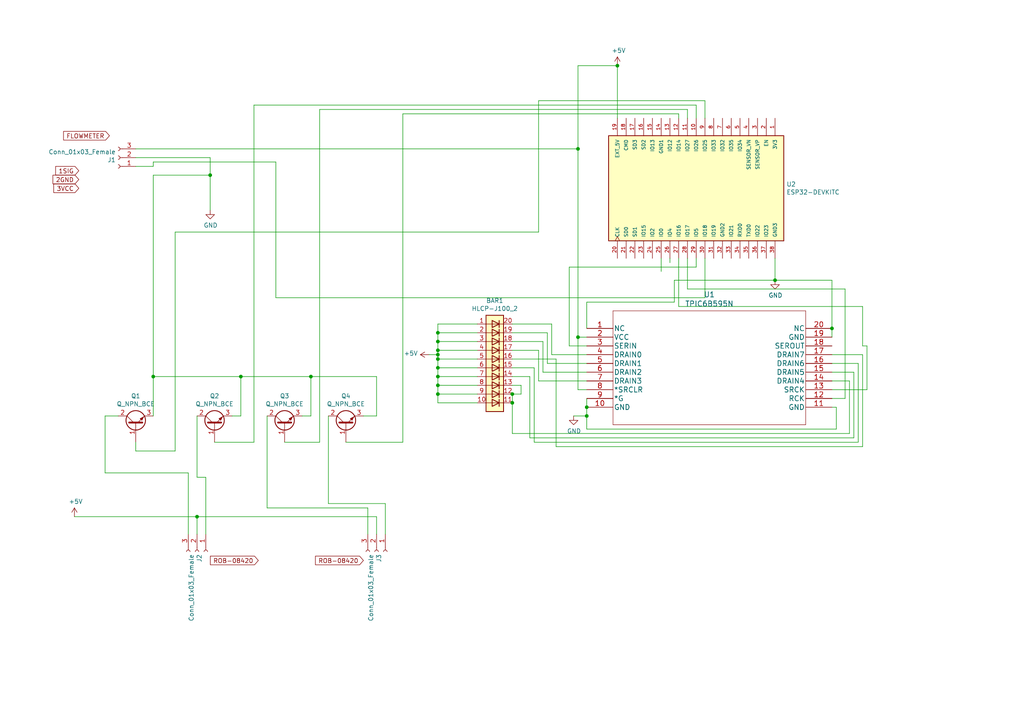
<source format=kicad_sch>
(kicad_sch (version 20211123) (generator eeschema)

  (uuid c81d65b0-cbb3-4472-a949-84fa42c3cb70)

  (paper "A4")

  (lib_symbols
    (symbol "Connector:Conn_01x03_Female" (pin_names (offset 1.016) hide) (in_bom yes) (on_board yes)
      (property "Reference" "J" (id 0) (at 0 5.08 0)
        (effects (font (size 1.27 1.27)))
      )
      (property "Value" "Conn_01x03_Female" (id 1) (at 0 -5.08 0)
        (effects (font (size 1.27 1.27)))
      )
      (property "Footprint" "" (id 2) (at 0 0 0)
        (effects (font (size 1.27 1.27)) hide)
      )
      (property "Datasheet" "~" (id 3) (at 0 0 0)
        (effects (font (size 1.27 1.27)) hide)
      )
      (property "ki_keywords" "connector" (id 4) (at 0 0 0)
        (effects (font (size 1.27 1.27)) hide)
      )
      (property "ki_description" "Generic connector, single row, 01x03, script generated (kicad-library-utils/schlib/autogen/connector/)" (id 5) (at 0 0 0)
        (effects (font (size 1.27 1.27)) hide)
      )
      (property "ki_fp_filters" "Connector*:*_1x??_*" (id 6) (at 0 0 0)
        (effects (font (size 1.27 1.27)) hide)
      )
      (symbol "Conn_01x03_Female_1_1"
        (arc (start 0 -2.032) (mid -0.508 -2.54) (end 0 -3.048)
          (stroke (width 0.1524) (type default) (color 0 0 0 0))
          (fill (type none))
        )
        (polyline
          (pts
            (xy -1.27 -2.54)
            (xy -0.508 -2.54)
          )
          (stroke (width 0.1524) (type default) (color 0 0 0 0))
          (fill (type none))
        )
        (polyline
          (pts
            (xy -1.27 0)
            (xy -0.508 0)
          )
          (stroke (width 0.1524) (type default) (color 0 0 0 0))
          (fill (type none))
        )
        (polyline
          (pts
            (xy -1.27 2.54)
            (xy -0.508 2.54)
          )
          (stroke (width 0.1524) (type default) (color 0 0 0 0))
          (fill (type none))
        )
        (arc (start 0 0.508) (mid -0.508 0) (end 0 -0.508)
          (stroke (width 0.1524) (type default) (color 0 0 0 0))
          (fill (type none))
        )
        (arc (start 0 3.048) (mid -0.508 2.54) (end 0 2.032)
          (stroke (width 0.1524) (type default) (color 0 0 0 0))
          (fill (type none))
        )
        (pin passive line (at -5.08 2.54 0) (length 3.81)
          (name "Pin_1" (effects (font (size 1.27 1.27))))
          (number "1" (effects (font (size 1.27 1.27))))
        )
        (pin passive line (at -5.08 0 0) (length 3.81)
          (name "Pin_2" (effects (font (size 1.27 1.27))))
          (number "2" (effects (font (size 1.27 1.27))))
        )
        (pin passive line (at -5.08 -2.54 0) (length 3.81)
          (name "Pin_3" (effects (font (size 1.27 1.27))))
          (number "3" (effects (font (size 1.27 1.27))))
        )
      )
    )
    (symbol "ControlCalefaccion-rescue:ESP32-DEVKITC-esp32pry" (pin_names (offset 1.016)) (in_bom yes) (on_board yes)
      (property "Reference" "U" (id 0) (at -15.2654 26.0604 0)
        (effects (font (size 1.27 1.27)) (justify left bottom))
      )
      (property "Value" "ESP32-DEVKITC-esp32pry" (id 1) (at -15.2654 -27.9654 0)
        (effects (font (size 1.27 1.27)) (justify left bottom))
      )
      (property "Footprint" "MODULE_ESP32-DEVKITC" (id 2) (at 0 0 0)
        (effects (font (size 1.27 1.27)) (justify left bottom) hide)
      )
      (property "Datasheet" "" (id 3) (at 0 0 0)
        (effects (font (size 1.27 1.27)) (justify left bottom) hide)
      )
      (property "STANDARD" "Manufacturer Recommendations" (id 4) (at 0 0 0)
        (effects (font (size 1.27 1.27)) (justify left bottom) hide)
      )
      (property "PARTREV" "N/A" (id 5) (at 0 0 0)
        (effects (font (size 1.27 1.27)) (justify left bottom) hide)
      )
      (property "MANUFACTURER" "ESPRESSIF" (id 6) (at 0 0 0)
        (effects (font (size 1.27 1.27)) (justify left bottom) hide)
      )
      (property "ki_locked" "" (id 7) (at 0 0 0)
        (effects (font (size 1.27 1.27)))
      )
      (symbol "ESP32-DEVKITC-esp32pry_0_0"
        (rectangle (start -15.24 -25.4) (end 15.24 25.4)
          (stroke (width 0.254) (type default) (color 0 0 0 0))
          (fill (type background))
        )
        (pin power_in line (at -20.32 22.86 0) (length 5.08)
          (name "3V3" (effects (font (size 1.016 1.016))))
          (number "1" (effects (font (size 1.016 1.016))))
        )
        (pin bidirectional line (at -20.32 0 0) (length 5.08)
          (name "IO26" (effects (font (size 1.016 1.016))))
          (number "10" (effects (font (size 1.016 1.016))))
        )
        (pin bidirectional line (at -20.32 -2.54 0) (length 5.08)
          (name "IO27" (effects (font (size 1.016 1.016))))
          (number "11" (effects (font (size 1.016 1.016))))
        )
        (pin bidirectional line (at -20.32 -5.08 0) (length 5.08)
          (name "IO14" (effects (font (size 1.016 1.016))))
          (number "12" (effects (font (size 1.016 1.016))))
        )
        (pin bidirectional line (at -20.32 -7.62 0) (length 5.08)
          (name "IO12" (effects (font (size 1.016 1.016))))
          (number "13" (effects (font (size 1.016 1.016))))
        )
        (pin power_in line (at -20.32 -10.16 0) (length 5.08)
          (name "GND1" (effects (font (size 1.016 1.016))))
          (number "14" (effects (font (size 1.016 1.016))))
        )
        (pin bidirectional line (at -20.32 -12.7 0) (length 5.08)
          (name "IO13" (effects (font (size 1.016 1.016))))
          (number "15" (effects (font (size 1.016 1.016))))
        )
        (pin bidirectional line (at -20.32 -15.24 0) (length 5.08)
          (name "SD2" (effects (font (size 1.016 1.016))))
          (number "16" (effects (font (size 1.016 1.016))))
        )
        (pin bidirectional line (at -20.32 -17.78 0) (length 5.08)
          (name "SD3" (effects (font (size 1.016 1.016))))
          (number "17" (effects (font (size 1.016 1.016))))
        )
        (pin bidirectional line (at -20.32 -20.32 0) (length 5.08)
          (name "CMD" (effects (font (size 1.016 1.016))))
          (number "18" (effects (font (size 1.016 1.016))))
        )
        (pin power_in line (at -20.32 -22.86 0) (length 5.08)
          (name "EXT_5V" (effects (font (size 1.016 1.016))))
          (number "19" (effects (font (size 1.016 1.016))))
        )
        (pin input line (at -20.32 20.32 0) (length 5.08)
          (name "EN" (effects (font (size 1.016 1.016))))
          (number "2" (effects (font (size 1.016 1.016))))
        )
        (pin input clock (at 20.32 -22.86 180) (length 5.08)
          (name "CLK" (effects (font (size 1.016 1.016))))
          (number "20" (effects (font (size 1.016 1.016))))
        )
        (pin bidirectional line (at 20.32 -20.32 180) (length 5.08)
          (name "SD0" (effects (font (size 1.016 1.016))))
          (number "21" (effects (font (size 1.016 1.016))))
        )
        (pin bidirectional line (at 20.32 -17.78 180) (length 5.08)
          (name "SD1" (effects (font (size 1.016 1.016))))
          (number "22" (effects (font (size 1.016 1.016))))
        )
        (pin bidirectional line (at 20.32 -15.24 180) (length 5.08)
          (name "IO15" (effects (font (size 1.016 1.016))))
          (number "23" (effects (font (size 1.016 1.016))))
        )
        (pin bidirectional line (at 20.32 -12.7 180) (length 5.08)
          (name "IO2" (effects (font (size 1.016 1.016))))
          (number "24" (effects (font (size 1.016 1.016))))
        )
        (pin bidirectional line (at 20.32 -10.16 180) (length 5.08)
          (name "IO0" (effects (font (size 1.016 1.016))))
          (number "25" (effects (font (size 1.016 1.016))))
        )
        (pin bidirectional line (at 20.32 -7.62 180) (length 5.08)
          (name "IO4" (effects (font (size 1.016 1.016))))
          (number "26" (effects (font (size 1.016 1.016))))
        )
        (pin bidirectional line (at 20.32 -5.08 180) (length 5.08)
          (name "IO16" (effects (font (size 1.016 1.016))))
          (number "27" (effects (font (size 1.016 1.016))))
        )
        (pin bidirectional line (at 20.32 -2.54 180) (length 5.08)
          (name "IO17" (effects (font (size 1.016 1.016))))
          (number "28" (effects (font (size 1.016 1.016))))
        )
        (pin bidirectional line (at 20.32 0 180) (length 5.08)
          (name "IO5" (effects (font (size 1.016 1.016))))
          (number "29" (effects (font (size 1.016 1.016))))
        )
        (pin input line (at -20.32 17.78 0) (length 5.08)
          (name "SENSOR_VP" (effects (font (size 1.016 1.016))))
          (number "3" (effects (font (size 1.016 1.016))))
        )
        (pin bidirectional line (at 20.32 2.54 180) (length 5.08)
          (name "IO18" (effects (font (size 1.016 1.016))))
          (number "30" (effects (font (size 1.016 1.016))))
        )
        (pin bidirectional line (at 20.32 5.08 180) (length 5.08)
          (name "IO19" (effects (font (size 1.016 1.016))))
          (number "31" (effects (font (size 1.016 1.016))))
        )
        (pin power_in line (at 20.32 7.62 180) (length 5.08)
          (name "GND2" (effects (font (size 1.016 1.016))))
          (number "32" (effects (font (size 1.016 1.016))))
        )
        (pin bidirectional line (at 20.32 10.16 180) (length 5.08)
          (name "IO21" (effects (font (size 1.016 1.016))))
          (number "33" (effects (font (size 1.016 1.016))))
        )
        (pin input line (at 20.32 12.7 180) (length 5.08)
          (name "RXD0" (effects (font (size 1.016 1.016))))
          (number "34" (effects (font (size 1.016 1.016))))
        )
        (pin output line (at 20.32 15.24 180) (length 5.08)
          (name "TXD0" (effects (font (size 1.016 1.016))))
          (number "35" (effects (font (size 1.016 1.016))))
        )
        (pin bidirectional line (at 20.32 17.78 180) (length 5.08)
          (name "IO22" (effects (font (size 1.016 1.016))))
          (number "36" (effects (font (size 1.016 1.016))))
        )
        (pin bidirectional line (at 20.32 20.32 180) (length 5.08)
          (name "IO23" (effects (font (size 1.016 1.016))))
          (number "37" (effects (font (size 1.016 1.016))))
        )
        (pin power_in line (at 20.32 22.86 180) (length 5.08)
          (name "GND3" (effects (font (size 1.016 1.016))))
          (number "38" (effects (font (size 1.016 1.016))))
        )
        (pin input line (at -20.32 15.24 0) (length 5.08)
          (name "SENSOR_VN" (effects (font (size 1.016 1.016))))
          (number "4" (effects (font (size 1.016 1.016))))
        )
        (pin bidirectional line (at -20.32 12.7 0) (length 5.08)
          (name "IO34" (effects (font (size 1.016 1.016))))
          (number "5" (effects (font (size 1.016 1.016))))
        )
        (pin bidirectional line (at -20.32 10.16 0) (length 5.08)
          (name "IO35" (effects (font (size 1.016 1.016))))
          (number "6" (effects (font (size 1.016 1.016))))
        )
        (pin bidirectional line (at -20.32 7.62 0) (length 5.08)
          (name "IO32" (effects (font (size 1.016 1.016))))
          (number "7" (effects (font (size 1.016 1.016))))
        )
        (pin bidirectional line (at -20.32 5.08 0) (length 5.08)
          (name "IO33" (effects (font (size 1.016 1.016))))
          (number "8" (effects (font (size 1.016 1.016))))
        )
        (pin bidirectional line (at -20.32 2.54 0) (length 5.08)
          (name "IO25" (effects (font (size 1.016 1.016))))
          (number "9" (effects (font (size 1.016 1.016))))
        )
      )
    )
    (symbol "ControlCalefaccion-rescue:TPIC6B595N-TPIC6B595N" (pin_names (offset 0.254)) (in_bom yes) (on_board yes)
      (property "Reference" "U" (id 0) (at 35.56 10.16 0)
        (effects (font (size 1.524 1.524)))
      )
      (property "Value" "TPIC6B595N-TPIC6B595N" (id 1) (at 35.56 7.62 0)
        (effects (font (size 1.524 1.524)))
      )
      (property "Footprint" "N20" (id 2) (at 35.56 6.096 0)
        (effects (font (size 1.524 1.524)) hide)
      )
      (property "Datasheet" "" (id 3) (at 0 0 0)
        (effects (font (size 1.524 1.524)))
      )
      (property "ki_locked" "" (id 4) (at 0 0 0)
        (effects (font (size 1.27 1.27)))
      )
      (property "ki_fp_filters" "N20" (id 5) (at 0 0 0)
        (effects (font (size 1.27 1.27)) hide)
      )
      (symbol "TPIC6B595N-TPIC6B595N_1_1"
        (polyline
          (pts
            (xy 7.62 -27.94)
            (xy 63.5 -27.94)
          )
          (stroke (width 0.127) (type default) (color 0 0 0 0))
          (fill (type none))
        )
        (polyline
          (pts
            (xy 7.62 5.08)
            (xy 7.62 -27.94)
          )
          (stroke (width 0.127) (type default) (color 0 0 0 0))
          (fill (type none))
        )
        (polyline
          (pts
            (xy 63.5 -27.94)
            (xy 63.5 5.08)
          )
          (stroke (width 0.127) (type default) (color 0 0 0 0))
          (fill (type none))
        )
        (polyline
          (pts
            (xy 63.5 5.08)
            (xy 7.62 5.08)
          )
          (stroke (width 0.127) (type default) (color 0 0 0 0))
          (fill (type none))
        )
        (pin unspecified line (at 0 0 0) (length 7.62)
          (name "NC" (effects (font (size 1.4986 1.4986))))
          (number "1" (effects (font (size 1.4986 1.4986))))
        )
        (pin power_in line (at 0 -22.86 0) (length 7.62)
          (name "GND" (effects (font (size 1.4986 1.4986))))
          (number "10" (effects (font (size 1.4986 1.4986))))
        )
        (pin power_in line (at 71.12 -22.86 180) (length 7.62)
          (name "GND" (effects (font (size 1.4986 1.4986))))
          (number "11" (effects (font (size 1.4986 1.4986))))
        )
        (pin input line (at 71.12 -20.32 180) (length 7.62)
          (name "RCK" (effects (font (size 1.4986 1.4986))))
          (number "12" (effects (font (size 1.4986 1.4986))))
        )
        (pin input line (at 71.12 -17.78 180) (length 7.62)
          (name "SRCK" (effects (font (size 1.4986 1.4986))))
          (number "13" (effects (font (size 1.4986 1.4986))))
        )
        (pin output line (at 71.12 -15.24 180) (length 7.62)
          (name "DRAIN4" (effects (font (size 1.4986 1.4986))))
          (number "14" (effects (font (size 1.4986 1.4986))))
        )
        (pin output line (at 71.12 -12.7 180) (length 7.62)
          (name "DRAIN5" (effects (font (size 1.4986 1.4986))))
          (number "15" (effects (font (size 1.4986 1.4986))))
        )
        (pin output line (at 71.12 -10.16 180) (length 7.62)
          (name "DRAIN6" (effects (font (size 1.4986 1.4986))))
          (number "16" (effects (font (size 1.4986 1.4986))))
        )
        (pin output line (at 71.12 -7.62 180) (length 7.62)
          (name "DRAIN7" (effects (font (size 1.4986 1.4986))))
          (number "17" (effects (font (size 1.4986 1.4986))))
        )
        (pin output line (at 71.12 -5.08 180) (length 7.62)
          (name "SEROUT" (effects (font (size 1.4986 1.4986))))
          (number "18" (effects (font (size 1.4986 1.4986))))
        )
        (pin power_in line (at 71.12 -2.54 180) (length 7.62)
          (name "GND" (effects (font (size 1.4986 1.4986))))
          (number "19" (effects (font (size 1.4986 1.4986))))
        )
        (pin power_in line (at 0 -2.54 0) (length 7.62)
          (name "VCC" (effects (font (size 1.4986 1.4986))))
          (number "2" (effects (font (size 1.4986 1.4986))))
        )
        (pin unspecified line (at 71.12 0 180) (length 7.62)
          (name "NC" (effects (font (size 1.4986 1.4986))))
          (number "20" (effects (font (size 1.4986 1.4986))))
        )
        (pin input line (at 0 -5.08 0) (length 7.62)
          (name "SERIN" (effects (font (size 1.4986 1.4986))))
          (number "3" (effects (font (size 1.4986 1.4986))))
        )
        (pin output line (at 0 -7.62 0) (length 7.62)
          (name "DRAIN0" (effects (font (size 1.4986 1.4986))))
          (number "4" (effects (font (size 1.4986 1.4986))))
        )
        (pin output line (at 0 -10.16 0) (length 7.62)
          (name "DRAIN1" (effects (font (size 1.4986 1.4986))))
          (number "5" (effects (font (size 1.4986 1.4986))))
        )
        (pin output line (at 0 -12.7 0) (length 7.62)
          (name "DRAIN2" (effects (font (size 1.4986 1.4986))))
          (number "6" (effects (font (size 1.4986 1.4986))))
        )
        (pin output line (at 0 -15.24 0) (length 7.62)
          (name "DRAIN3" (effects (font (size 1.4986 1.4986))))
          (number "7" (effects (font (size 1.4986 1.4986))))
        )
        (pin input line (at 0 -17.78 0) (length 7.62)
          (name "*SRCLR" (effects (font (size 1.4986 1.4986))))
          (number "8" (effects (font (size 1.4986 1.4986))))
        )
        (pin input line (at 0 -20.32 0) (length 7.62)
          (name "*G" (effects (font (size 1.4986 1.4986))))
          (number "9" (effects (font (size 1.4986 1.4986))))
        )
      )
    )
    (symbol "Device:Q_NPN_BCE" (pin_names (offset 0) hide) (in_bom yes) (on_board yes)
      (property "Reference" "Q" (id 0) (at 5.08 1.27 0)
        (effects (font (size 1.27 1.27)) (justify left))
      )
      (property "Value" "Q_NPN_BCE" (id 1) (at 5.08 -1.27 0)
        (effects (font (size 1.27 1.27)) (justify left))
      )
      (property "Footprint" "" (id 2) (at 5.08 2.54 0)
        (effects (font (size 1.27 1.27)) hide)
      )
      (property "Datasheet" "~" (id 3) (at 0 0 0)
        (effects (font (size 1.27 1.27)) hide)
      )
      (property "ki_keywords" "transistor NPN" (id 4) (at 0 0 0)
        (effects (font (size 1.27 1.27)) hide)
      )
      (property "ki_description" "NPN transistor, base/collector/emitter" (id 5) (at 0 0 0)
        (effects (font (size 1.27 1.27)) hide)
      )
      (symbol "Q_NPN_BCE_0_1"
        (polyline
          (pts
            (xy 0.635 0.635)
            (xy 2.54 2.54)
          )
          (stroke (width 0) (type default) (color 0 0 0 0))
          (fill (type none))
        )
        (polyline
          (pts
            (xy 0.635 -0.635)
            (xy 2.54 -2.54)
            (xy 2.54 -2.54)
          )
          (stroke (width 0) (type default) (color 0 0 0 0))
          (fill (type none))
        )
        (polyline
          (pts
            (xy 0.635 1.905)
            (xy 0.635 -1.905)
            (xy 0.635 -1.905)
          )
          (stroke (width 0.508) (type default) (color 0 0 0 0))
          (fill (type none))
        )
        (polyline
          (pts
            (xy 1.27 -1.778)
            (xy 1.778 -1.27)
            (xy 2.286 -2.286)
            (xy 1.27 -1.778)
            (xy 1.27 -1.778)
          )
          (stroke (width 0) (type default) (color 0 0 0 0))
          (fill (type outline))
        )
        (circle (center 1.27 0) (radius 2.8194)
          (stroke (width 0.254) (type default) (color 0 0 0 0))
          (fill (type none))
        )
      )
      (symbol "Q_NPN_BCE_1_1"
        (pin input line (at -5.08 0 0) (length 5.715)
          (name "B" (effects (font (size 1.27 1.27))))
          (number "1" (effects (font (size 1.27 1.27))))
        )
        (pin passive line (at 2.54 5.08 270) (length 2.54)
          (name "C" (effects (font (size 1.27 1.27))))
          (number "2" (effects (font (size 1.27 1.27))))
        )
        (pin passive line (at 2.54 -5.08 90) (length 2.54)
          (name "E" (effects (font (size 1.27 1.27))))
          (number "3" (effects (font (size 1.27 1.27))))
        )
      )
    )
    (symbol "LED:HLCP-J100_2" (pin_names (offset 1.016) hide) (in_bom yes) (on_board yes)
      (property "Reference" "BAR" (id 0) (at 0 15.24 0)
        (effects (font (size 1.27 1.27)))
      )
      (property "Value" "HLCP-J100_2" (id 1) (at 0 -17.78 0)
        (effects (font (size 1.27 1.27)))
      )
      (property "Footprint" "Display:HLCP-J100" (id 2) (at 0 -20.32 0)
        (effects (font (size 1.27 1.27)) hide)
      )
      (property "Datasheet" "https://docs.broadcom.com/docs/AV02-1798EN" (id 3) (at -50.8 5.08 0)
        (effects (font (size 1.27 1.27)) hide)
      )
      (property "ki_keywords" "display LED array" (id 4) (at 0 0 0)
        (effects (font (size 1.27 1.27)) hide)
      )
      (property "ki_description" "BAR GRAPH 10 segment block, AlGaAs red" (id 5) (at 0 0 0)
        (effects (font (size 1.27 1.27)) hide)
      )
      (property "ki_fp_filters" "HLCP?J100*" (id 6) (at 0 0 0)
        (effects (font (size 1.27 1.27)) hide)
      )
      (symbol "HLCP-J100_2_0_1"
        (rectangle (start -2.54 12.7) (end 2.54 -15.24)
          (stroke (width 0.254) (type default) (color 0 0 0 0))
          (fill (type background))
        )
        (polyline
          (pts
            (xy -2.54 -12.7)
            (xy 2.54 -12.7)
          )
          (stroke (width 0) (type default) (color 0 0 0 0))
          (fill (type none))
        )
        (polyline
          (pts
            (xy -2.54 -10.16)
            (xy 2.54 -10.16)
          )
          (stroke (width 0) (type default) (color 0 0 0 0))
          (fill (type none))
        )
        (polyline
          (pts
            (xy -2.54 -7.62)
            (xy 2.54 -7.62)
          )
          (stroke (width 0) (type default) (color 0 0 0 0))
          (fill (type none))
        )
        (polyline
          (pts
            (xy -2.54 -5.08)
            (xy 2.54 -5.08)
          )
          (stroke (width 0) (type default) (color 0 0 0 0))
          (fill (type none))
        )
        (polyline
          (pts
            (xy -2.54 0)
            (xy 2.54 0)
          )
          (stroke (width 0) (type default) (color 0 0 0 0))
          (fill (type none))
        )
        (polyline
          (pts
            (xy -2.54 5.08)
            (xy 2.54 5.08)
          )
          (stroke (width 0) (type default) (color 0 0 0 0))
          (fill (type none))
        )
        (polyline
          (pts
            (xy -2.54 7.62)
            (xy 2.54 7.62)
          )
          (stroke (width 0) (type default) (color 0 0 0 0))
          (fill (type none))
        )
        (polyline
          (pts
            (xy -2.54 10.16)
            (xy 2.54 10.16)
          )
          (stroke (width 0) (type default) (color 0 0 0 0))
          (fill (type none))
        )
        (polyline
          (pts
            (xy 1.27 -11.684)
            (xy 1.27 -13.716)
          )
          (stroke (width 0.254) (type default) (color 0 0 0 0))
          (fill (type none))
        )
        (polyline
          (pts
            (xy 1.27 -9.144)
            (xy 1.27 -11.176)
          )
          (stroke (width 0.254) (type default) (color 0 0 0 0))
          (fill (type none))
        )
        (polyline
          (pts
            (xy 1.27 -6.604)
            (xy 1.27 -8.636)
          )
          (stroke (width 0.254) (type default) (color 0 0 0 0))
          (fill (type none))
        )
        (polyline
          (pts
            (xy 1.27 -4.064)
            (xy 1.27 -6.096)
          )
          (stroke (width 0.254) (type default) (color 0 0 0 0))
          (fill (type none))
        )
        (polyline
          (pts
            (xy 1.27 -1.524)
            (xy 1.27 -3.556)
          )
          (stroke (width 0.254) (type default) (color 0 0 0 0))
          (fill (type none))
        )
        (polyline
          (pts
            (xy 1.27 1.016)
            (xy 1.27 -1.016)
          )
          (stroke (width 0.254) (type default) (color 0 0 0 0))
          (fill (type none))
        )
        (polyline
          (pts
            (xy 1.27 3.556)
            (xy 1.27 1.524)
          )
          (stroke (width 0.254) (type default) (color 0 0 0 0))
          (fill (type none))
        )
        (polyline
          (pts
            (xy 1.27 6.096)
            (xy 1.27 4.064)
          )
          (stroke (width 0.254) (type default) (color 0 0 0 0))
          (fill (type none))
        )
        (polyline
          (pts
            (xy 1.27 8.636)
            (xy 1.27 6.604)
          )
          (stroke (width 0.254) (type default) (color 0 0 0 0))
          (fill (type none))
        )
        (polyline
          (pts
            (xy 1.27 11.176)
            (xy 1.27 9.144)
          )
          (stroke (width 0.254) (type default) (color 0 0 0 0))
          (fill (type none))
        )
        (polyline
          (pts
            (xy 2.54 -2.54)
            (xy -2.54 -2.54)
          )
          (stroke (width 0) (type default) (color 0 0 0 0))
          (fill (type none))
        )
        (polyline
          (pts
            (xy 2.54 2.54)
            (xy -2.54 2.54)
          )
          (stroke (width 0) (type default) (color 0 0 0 0))
          (fill (type none))
        )
        (polyline
          (pts
            (xy -0.762 -11.684)
            (xy -0.762 -13.716)
            (xy 1.27 -12.7)
            (xy -0.762 -11.684)
          )
          (stroke (width 0.254) (type default) (color 0 0 0 0))
          (fill (type none))
        )
        (polyline
          (pts
            (xy -0.762 -9.144)
            (xy -0.762 -11.176)
            (xy 1.27 -10.16)
            (xy -0.762 -9.144)
          )
          (stroke (width 0.254) (type default) (color 0 0 0 0))
          (fill (type none))
        )
        (polyline
          (pts
            (xy -0.762 -6.604)
            (xy -0.762 -8.636)
            (xy 1.27 -7.62)
            (xy -0.762 -6.604)
          )
          (stroke (width 0.254) (type default) (color 0 0 0 0))
          (fill (type none))
        )
        (polyline
          (pts
            (xy -0.762 -4.064)
            (xy -0.762 -6.096)
            (xy 1.27 -5.08)
            (xy -0.762 -4.064)
          )
          (stroke (width 0.254) (type default) (color 0 0 0 0))
          (fill (type none))
        )
        (polyline
          (pts
            (xy -0.762 -1.524)
            (xy -0.762 -3.556)
            (xy 1.27 -2.54)
            (xy -0.762 -1.524)
          )
          (stroke (width 0.254) (type default) (color 0 0 0 0))
          (fill (type none))
        )
        (polyline
          (pts
            (xy -0.762 1.016)
            (xy -0.762 -1.016)
            (xy 1.27 0)
            (xy -0.762 1.016)
          )
          (stroke (width 0.254) (type default) (color 0 0 0 0))
          (fill (type none))
        )
        (polyline
          (pts
            (xy -0.762 3.556)
            (xy -0.762 1.524)
            (xy 1.27 2.54)
            (xy -0.762 3.556)
          )
          (stroke (width 0.254) (type default) (color 0 0 0 0))
          (fill (type none))
        )
        (polyline
          (pts
            (xy -0.762 6.096)
            (xy -0.762 4.064)
            (xy 1.27 5.08)
            (xy -0.762 6.096)
          )
          (stroke (width 0.254) (type default) (color 0 0 0 0))
          (fill (type none))
        )
        (polyline
          (pts
            (xy -0.762 8.636)
            (xy -0.762 6.604)
            (xy 1.27 7.62)
            (xy -0.762 8.636)
          )
          (stroke (width 0.254) (type default) (color 0 0 0 0))
          (fill (type none))
        )
        (polyline
          (pts
            (xy -0.762 11.176)
            (xy -0.762 9.144)
            (xy 1.27 10.16)
            (xy -0.762 11.176)
          )
          (stroke (width 0.254) (type default) (color 0 0 0 0))
          (fill (type none))
        )
      )
      (symbol "HLCP-J100_2_1_1"
        (pin passive line (at -5.08 10.16 0) (length 2.54)
          (name "A" (effects (font (size 1.27 1.27))))
          (number "1" (effects (font (size 1.27 1.27))))
        )
        (pin passive line (at -5.08 -12.7 0) (length 2.54)
          (name "A" (effects (font (size 1.27 1.27))))
          (number "10" (effects (font (size 1.27 1.27))))
        )
        (pin passive line (at 5.08 -12.7 180) (length 2.54)
          (name "K" (effects (font (size 1.27 1.27))))
          (number "11" (effects (font (size 1.27 1.27))))
        )
        (pin passive line (at 5.08 -10.16 180) (length 2.54)
          (name "K" (effects (font (size 1.27 1.27))))
          (number "12" (effects (font (size 1.27 1.27))))
        )
        (pin passive line (at 5.08 -7.62 180) (length 2.54)
          (name "K" (effects (font (size 1.27 1.27))))
          (number "13" (effects (font (size 1.27 1.27))))
        )
        (pin passive line (at 5.08 -5.08 180) (length 2.54)
          (name "K" (effects (font (size 1.27 1.27))))
          (number "14" (effects (font (size 1.27 1.27))))
        )
        (pin passive line (at 5.08 -2.54 180) (length 2.54)
          (name "K" (effects (font (size 1.27 1.27))))
          (number "15" (effects (font (size 1.27 1.27))))
        )
        (pin passive line (at 5.08 0 180) (length 2.54)
          (name "K" (effects (font (size 1.27 1.27))))
          (number "16" (effects (font (size 1.27 1.27))))
        )
        (pin passive line (at 5.08 2.54 180) (length 2.54)
          (name "K" (effects (font (size 1.27 1.27))))
          (number "17" (effects (font (size 1.27 1.27))))
        )
        (pin passive line (at 5.08 5.08 180) (length 2.54)
          (name "K" (effects (font (size 1.27 1.27))))
          (number "18" (effects (font (size 1.27 1.27))))
        )
        (pin passive line (at 5.08 7.62 180) (length 2.54)
          (name "K" (effects (font (size 1.27 1.27))))
          (number "19" (effects (font (size 1.27 1.27))))
        )
        (pin passive line (at -5.08 7.62 0) (length 2.54)
          (name "A" (effects (font (size 1.27 1.27))))
          (number "2" (effects (font (size 1.27 1.27))))
        )
        (pin passive line (at 5.08 10.16 180) (length 2.54)
          (name "K" (effects (font (size 1.27 1.27))))
          (number "20" (effects (font (size 1.27 1.27))))
        )
        (pin passive line (at -5.08 5.08 0) (length 2.54)
          (name "A" (effects (font (size 1.27 1.27))))
          (number "3" (effects (font (size 1.27 1.27))))
        )
        (pin passive line (at -5.08 2.54 0) (length 2.54)
          (name "A" (effects (font (size 1.27 1.27))))
          (number "4" (effects (font (size 1.27 1.27))))
        )
        (pin passive line (at -5.08 0 0) (length 2.54)
          (name "A" (effects (font (size 1.27 1.27))))
          (number "5" (effects (font (size 1.27 1.27))))
        )
        (pin passive line (at -5.08 -2.54 0) (length 2.54)
          (name "A" (effects (font (size 1.27 1.27))))
          (number "6" (effects (font (size 1.27 1.27))))
        )
        (pin passive line (at -5.08 -5.08 0) (length 2.54)
          (name "A" (effects (font (size 1.27 1.27))))
          (number "7" (effects (font (size 1.27 1.27))))
        )
        (pin passive line (at -5.08 -7.62 0) (length 2.54)
          (name "A" (effects (font (size 1.27 1.27))))
          (number "8" (effects (font (size 1.27 1.27))))
        )
        (pin passive line (at -5.08 -10.16 0) (length 2.54)
          (name "A" (effects (font (size 1.27 1.27))))
          (number "9" (effects (font (size 1.27 1.27))))
        )
      )
    )
    (symbol "power:+5V" (power) (pin_names (offset 0)) (in_bom yes) (on_board yes)
      (property "Reference" "#PWR" (id 0) (at 0 -3.81 0)
        (effects (font (size 1.27 1.27)) hide)
      )
      (property "Value" "+5V" (id 1) (at 0 3.556 0)
        (effects (font (size 1.27 1.27)))
      )
      (property "Footprint" "" (id 2) (at 0 0 0)
        (effects (font (size 1.27 1.27)) hide)
      )
      (property "Datasheet" "" (id 3) (at 0 0 0)
        (effects (font (size 1.27 1.27)) hide)
      )
      (property "ki_keywords" "power-flag" (id 4) (at 0 0 0)
        (effects (font (size 1.27 1.27)) hide)
      )
      (property "ki_description" "Power symbol creates a global label with name \"+5V\"" (id 5) (at 0 0 0)
        (effects (font (size 1.27 1.27)) hide)
      )
      (symbol "+5V_0_1"
        (polyline
          (pts
            (xy -0.762 1.27)
            (xy 0 2.54)
          )
          (stroke (width 0) (type default) (color 0 0 0 0))
          (fill (type none))
        )
        (polyline
          (pts
            (xy 0 0)
            (xy 0 2.54)
          )
          (stroke (width 0) (type default) (color 0 0 0 0))
          (fill (type none))
        )
        (polyline
          (pts
            (xy 0 2.54)
            (xy 0.762 1.27)
          )
          (stroke (width 0) (type default) (color 0 0 0 0))
          (fill (type none))
        )
      )
      (symbol "+5V_1_1"
        (pin power_in line (at 0 0 90) (length 0) hide
          (name "+5V" (effects (font (size 1.27 1.27))))
          (number "1" (effects (font (size 1.27 1.27))))
        )
      )
    )
    (symbol "power:GND" (power) (pin_names (offset 0)) (in_bom yes) (on_board yes)
      (property "Reference" "#PWR" (id 0) (at 0 -6.35 0)
        (effects (font (size 1.27 1.27)) hide)
      )
      (property "Value" "GND" (id 1) (at 0 -3.81 0)
        (effects (font (size 1.27 1.27)))
      )
      (property "Footprint" "" (id 2) (at 0 0 0)
        (effects (font (size 1.27 1.27)) hide)
      )
      (property "Datasheet" "" (id 3) (at 0 0 0)
        (effects (font (size 1.27 1.27)) hide)
      )
      (property "ki_keywords" "power-flag" (id 4) (at 0 0 0)
        (effects (font (size 1.27 1.27)) hide)
      )
      (property "ki_description" "Power symbol creates a global label with name \"GND\" , ground" (id 5) (at 0 0 0)
        (effects (font (size 1.27 1.27)) hide)
      )
      (symbol "GND_0_1"
        (polyline
          (pts
            (xy 0 0)
            (xy 0 -1.27)
            (xy 1.27 -1.27)
            (xy 0 -2.54)
            (xy -1.27 -1.27)
            (xy 0 -1.27)
          )
          (stroke (width 0) (type default) (color 0 0 0 0))
          (fill (type none))
        )
      )
      (symbol "GND_1_1"
        (pin power_in line (at 0 0 270) (length 0) hide
          (name "GND" (effects (font (size 1.27 1.27))))
          (number "1" (effects (font (size 1.27 1.27))))
        )
      )
    )
  )

  (junction (at 127 106.68) (diameter 0) (color 0 0 0 0)
    (uuid 0d49e862-8d0e-4040-aa0c-2731c07e2e35)
  )
  (junction (at 241.3 95.25) (diameter 0) (color 0 0 0 0)
    (uuid 2b9f4924-b73d-4ad6-b807-0bdcd94b68bc)
  )
  (junction (at 224.79 81.28) (diameter 0) (color 0 0 0 0)
    (uuid 3c767af6-59b7-4d2a-82cb-8f911c8bc0a3)
  )
  (junction (at 170.18 120.65) (diameter 0) (color 0 0 0 0)
    (uuid 498b4896-b80a-4fb8-a745-b6ddebfaab38)
  )
  (junction (at 170.18 118.11) (diameter 0) (color 0 0 0 0)
    (uuid 4a6e6424-9c7e-4650-a7fe-44ecf8911b7e)
  )
  (junction (at 127 109.22) (diameter 0) (color 0 0 0 0)
    (uuid 5d6c2f6c-e791-412a-ba83-992b04d065ed)
  )
  (junction (at 69.85 109.22) (diameter 0) (color 0 0 0 0)
    (uuid 636e1376-cd8b-4a1f-b1c8-23f4c167f3c5)
  )
  (junction (at 127 111.76) (diameter 0) (color 0 0 0 0)
    (uuid 736671d8-8726-42ad-8fff-7300d6d7311c)
  )
  (junction (at 127 101.6) (diameter 0) (color 0 0 0 0)
    (uuid 8b017cae-e9a5-4699-a680-08a7b981c77c)
  )
  (junction (at 127 104.14) (diameter 0) (color 0 0 0 0)
    (uuid 8bf87a5c-808f-43c2-9db3-f668f31e7bc3)
  )
  (junction (at 127 96.52) (diameter 0) (color 0 0 0 0)
    (uuid 91affa88-952c-494d-91f2-4bd4c2e13f86)
  )
  (junction (at 127 99.06) (diameter 0) (color 0 0 0 0)
    (uuid 95553e70-4906-48c2-9959-ebd8c6a5164d)
  )
  (junction (at 44.45 109.22) (diameter 0) (color 0 0 0 0)
    (uuid 97a0714f-1f59-4579-a4a6-7fedd1989164)
  )
  (junction (at 127 114.3) (diameter 0) (color 0 0 0 0)
    (uuid a25d5a54-dbb9-45d1-b83d-468b5ffdec68)
  )
  (junction (at 167.64 43.18) (diameter 0) (color 0 0 0 0)
    (uuid a5acf76c-0751-486d-87d6-c0f0fed8716d)
  )
  (junction (at 167.64 97.79) (diameter 0) (color 0 0 0 0)
    (uuid ae869d8e-c597-4b7b-b8e6-0bfa082422ff)
  )
  (junction (at 60.96 50.8) (diameter 0) (color 0 0 0 0)
    (uuid b17c82ae-fe47-4c4c-9d50-8319b11be942)
  )
  (junction (at 57.15 149.86) (diameter 0) (color 0 0 0 0)
    (uuid ba5b4f03-d77d-43bb-9092-af4b3b95332a)
  )
  (junction (at 179.07 19.05) (diameter 0) (color 0 0 0 0)
    (uuid bb0257ba-3c90-4999-9608-f8d6405803b1)
  )
  (junction (at 90.17 109.22) (diameter 0) (color 0 0 0 0)
    (uuid c0c7e65a-fa4b-4b62-8148-6cfa05df0d90)
  )
  (junction (at 148.59 114.3) (diameter 0) (color 0 0 0 0)
    (uuid c389a843-6a4e-4295-bd0d-48357f3ccb61)
  )
  (junction (at 127 102.87) (diameter 0) (color 0 0 0 0)
    (uuid cf320e64-bbe1-49e6-abb3-a03a35e0240e)
  )
  (junction (at 148.59 116.84) (diameter 0) (color 0 0 0 0)
    (uuid ffb97f87-e122-43c1-b226-9e59e8e7acec)
  )

  (wire (pts (xy 167.64 19.05) (xy 179.07 19.05))
    (stroke (width 0) (type default) (color 0 0 0 0))
    (uuid 0207f5f9-b53c-484c-b4c3-fd90093aa8af)
  )
  (wire (pts (xy 250.19 102.87) (xy 250.19 129.54))
    (stroke (width 0) (type default) (color 0 0 0 0))
    (uuid 020846b8-a55d-4745-996d-3edbdec735da)
  )
  (wire (pts (xy 148.59 96.52) (xy 158.75 96.52))
    (stroke (width 0) (type default) (color 0 0 0 0))
    (uuid 02861239-46b3-4b09-996c-073b94d42ee5)
  )
  (wire (pts (xy 179.07 19.05) (xy 179.07 34.29))
    (stroke (width 0) (type default) (color 0 0 0 0))
    (uuid 02886566-a3be-44ae-a1b4-261997f10ab9)
  )
  (wire (pts (xy 69.85 120.65) (xy 69.85 109.22))
    (stroke (width 0) (type default) (color 0 0 0 0))
    (uuid 028aab59-3193-4578-8902-f28a94a02b2a)
  )
  (wire (pts (xy 82.55 128.27) (xy 92.71 128.27))
    (stroke (width 0) (type default) (color 0 0 0 0))
    (uuid 03311175-d2ab-439a-a053-24663434e5cb)
  )
  (wire (pts (xy 127 101.6) (xy 127 99.06))
    (stroke (width 0) (type default) (color 0 0 0 0))
    (uuid 0543f3fe-3d8d-40a4-ae72-392ea1d0e41f)
  )
  (wire (pts (xy 250.19 129.54) (xy 161.29 129.54))
    (stroke (width 0) (type default) (color 0 0 0 0))
    (uuid 08d96b84-036f-429f-bcfd-27ec6f128844)
  )
  (wire (pts (xy 60.96 45.72) (xy 60.96 50.8))
    (stroke (width 0) (type default) (color 0 0 0 0))
    (uuid 0c541fe2-2f1a-4e9f-9cb2-d9534c9d999b)
  )
  (wire (pts (xy 67.31 120.65) (xy 69.85 120.65))
    (stroke (width 0) (type default) (color 0 0 0 0))
    (uuid 0ebc82b0-618f-4bc9-b3c2-3f24c203cadd)
  )
  (wire (pts (xy 156.21 101.6) (xy 156.21 110.49))
    (stroke (width 0) (type default) (color 0 0 0 0))
    (uuid 0f73ede8-ea18-4646-9c23-4ddb255c5ea1)
  )
  (wire (pts (xy 109.22 120.65) (xy 105.41 120.65))
    (stroke (width 0) (type default) (color 0 0 0 0))
    (uuid 0f9fc37c-ad06-455e-85c5-b310c48d838f)
  )
  (wire (pts (xy 90.17 120.65) (xy 87.63 120.65))
    (stroke (width 0) (type default) (color 0 0 0 0))
    (uuid 0fb0441d-b7cb-4b58-88ad-43210f440a76)
  )
  (wire (pts (xy 148.59 101.6) (xy 156.21 101.6))
    (stroke (width 0) (type default) (color 0 0 0 0))
    (uuid 11fbe4e4-1de9-4831-8b61-cb04acf9d60f)
  )
  (wire (pts (xy 154.94 128.27) (xy 248.92 128.27))
    (stroke (width 0) (type default) (color 0 0 0 0))
    (uuid 129f8185-a8af-4762-8e97-17a227e6f77a)
  )
  (wire (pts (xy 167.64 19.05) (xy 167.64 43.18))
    (stroke (width 0) (type default) (color 0 0 0 0))
    (uuid 145c3291-c140-418f-a46e-dc9059cf8f4c)
  )
  (wire (pts (xy 201.93 30.48) (xy 201.93 34.29))
    (stroke (width 0) (type default) (color 0 0 0 0))
    (uuid 1a7409e8-7d04-493e-986f-e4fdcfc956ce)
  )
  (wire (pts (xy 170.18 95.25) (xy 170.18 87.63))
    (stroke (width 0) (type default) (color 0 0 0 0))
    (uuid 210561fe-2ce7-41d4-a4b1-65f3b9d2947a)
  )
  (wire (pts (xy 245.11 115.57) (xy 241.3 115.57))
    (stroke (width 0) (type default) (color 0 0 0 0))
    (uuid 216e6143-644a-4673-9f4d-bbbe0af13e41)
  )
  (wire (pts (xy 199.39 83.82) (xy 245.11 83.82))
    (stroke (width 0) (type default) (color 0 0 0 0))
    (uuid 24dea80d-17f8-4668-b78a-5c664da6e6c7)
  )
  (wire (pts (xy 165.1 100.33) (xy 170.18 100.33))
    (stroke (width 0) (type default) (color 0 0 0 0))
    (uuid 2580e81b-125d-4d0d-8f06-9913d763c904)
  )
  (wire (pts (xy 138.43 111.76) (xy 127 111.76))
    (stroke (width 0) (type default) (color 0 0 0 0))
    (uuid 2648ddff-f996-413c-9102-32f4525b8fe8)
  )
  (wire (pts (xy 116.84 33.02) (xy 196.85 33.02))
    (stroke (width 0) (type default) (color 0 0 0 0))
    (uuid 26d9ed7d-4e81-4823-a903-1e25bf5412b4)
  )
  (wire (pts (xy 196.85 74.93) (xy 196.85 88.9))
    (stroke (width 0) (type default) (color 0 0 0 0))
    (uuid 27666110-94ba-4ff6-8ce7-bb0ed15ed185)
  )
  (wire (pts (xy 148.59 99.06) (xy 157.48 99.06))
    (stroke (width 0) (type default) (color 0 0 0 0))
    (uuid 2b1fbe75-cb5d-48e9-842d-393e01c6f43d)
  )
  (wire (pts (xy 57.15 149.86) (xy 21.59 149.86))
    (stroke (width 0) (type default) (color 0 0 0 0))
    (uuid 2f849965-e4c9-4d64-99d8-790f0ad1361c)
  )
  (wire (pts (xy 57.15 138.43) (xy 59.69 138.43))
    (stroke (width 0) (type default) (color 0 0 0 0))
    (uuid 30bb4eed-f484-4d98-88be-9e2cc010e724)
  )
  (wire (pts (xy 201.93 74.93) (xy 201.93 77.47))
    (stroke (width 0) (type default) (color 0 0 0 0))
    (uuid 3220a34d-bfd1-4544-98c7-ac9e4080f70e)
  )
  (wire (pts (xy 77.47 120.65) (xy 77.47 147.32))
    (stroke (width 0) (type default) (color 0 0 0 0))
    (uuid 3c981206-3f0c-4bbd-94d0-5587b93e44ce)
  )
  (wire (pts (xy 160.02 93.98) (xy 148.59 93.98))
    (stroke (width 0) (type default) (color 0 0 0 0))
    (uuid 3d7070ed-994b-43bd-ba12-b85fa17e62d8)
  )
  (wire (pts (xy 127 101.6) (xy 138.43 101.6))
    (stroke (width 0) (type default) (color 0 0 0 0))
    (uuid 41e28e35-b124-4378-b60d-14226938d39f)
  )
  (wire (pts (xy 224.79 74.93) (xy 224.79 81.28))
    (stroke (width 0) (type default) (color 0 0 0 0))
    (uuid 42c5b89a-033c-42c2-9c2f-a7a4ce9fb2c4)
  )
  (wire (pts (xy 148.59 104.14) (xy 161.29 104.14))
    (stroke (width 0) (type default) (color 0 0 0 0))
    (uuid 44721e6f-47ac-4ba2-8cfa-b7cfad564fbe)
  )
  (wire (pts (xy 247.65 127) (xy 153.67 127))
    (stroke (width 0) (type default) (color 0 0 0 0))
    (uuid 44841932-1bde-4e1a-81d5-4ee3a75726d6)
  )
  (wire (pts (xy 204.47 29.21) (xy 204.47 34.29))
    (stroke (width 0) (type default) (color 0 0 0 0))
    (uuid 4486f4fa-5dc6-49f0-a817-4f2411a9c71d)
  )
  (wire (pts (xy 250.19 100.33) (xy 251.46 100.33))
    (stroke (width 0) (type default) (color 0 0 0 0))
    (uuid 44e709e7-fa62-436f-a5d8-38d8f4aad75f)
  )
  (wire (pts (xy 242.57 118.11) (xy 241.3 118.11))
    (stroke (width 0) (type default) (color 0 0 0 0))
    (uuid 44ef12c6-c9f2-4dfa-91d3-04e557ce277a)
  )
  (wire (pts (xy 241.3 102.87) (xy 250.19 102.87))
    (stroke (width 0) (type default) (color 0 0 0 0))
    (uuid 49867e99-4c0e-43cf-9e3e-9a4ec5d3f8e9)
  )
  (wire (pts (xy 54.61 154.94) (xy 54.61 137.16))
    (stroke (width 0) (type default) (color 0 0 0 0))
    (uuid 4c9b02f5-07dc-486b-ac17-57dacf7b4608)
  )
  (wire (pts (xy 170.18 120.65) (xy 166.37 120.65))
    (stroke (width 0) (type default) (color 0 0 0 0))
    (uuid 4ca60c13-45fa-4509-b159-6405f926029d)
  )
  (wire (pts (xy 124.46 102.87) (xy 127 102.87))
    (stroke (width 0) (type default) (color 0 0 0 0))
    (uuid 4d54e7c5-3f82-4d5c-88e7-66131f5cdaf6)
  )
  (wire (pts (xy 170.18 87.63) (xy 195.58 87.63))
    (stroke (width 0) (type default) (color 0 0 0 0))
    (uuid 50897786-79fa-4977-a97b-281cfd8310da)
  )
  (wire (pts (xy 156.21 29.21) (xy 204.47 29.21))
    (stroke (width 0) (type default) (color 0 0 0 0))
    (uuid 51e10732-38a9-4135-aadd-55a2241eca9f)
  )
  (wire (pts (xy 44.45 50.8) (xy 60.96 50.8))
    (stroke (width 0) (type default) (color 0 0 0 0))
    (uuid 549d8c73-6b11-458f-983e-68892b08977f)
  )
  (wire (pts (xy 148.59 106.68) (xy 154.94 106.68))
    (stroke (width 0) (type default) (color 0 0 0 0))
    (uuid 57d47c65-1499-4e39-832a-e75d979e53f8)
  )
  (wire (pts (xy 90.17 109.22) (xy 109.22 109.22))
    (stroke (width 0) (type default) (color 0 0 0 0))
    (uuid 596c4781-134d-485c-a07b-50d74cdd47ea)
  )
  (wire (pts (xy 39.37 130.81) (xy 50.8 130.81))
    (stroke (width 0) (type default) (color 0 0 0 0))
    (uuid 5ab66666-75d7-4e5f-9244-6ed73d4b1d99)
  )
  (wire (pts (xy 241.3 95.25) (xy 241.3 97.79))
    (stroke (width 0) (type default) (color 0 0 0 0))
    (uuid 5c2d6697-3ec6-44a8-819e-b91fdab06d95)
  )
  (wire (pts (xy 241.3 95.25) (xy 241.3 81.28))
    (stroke (width 0) (type default) (color 0 0 0 0))
    (uuid 5c7d985b-c023-48c0-ab3a-fba15768e1fb)
  )
  (wire (pts (xy 92.71 128.27) (xy 92.71 31.75))
    (stroke (width 0) (type default) (color 0 0 0 0))
    (uuid 5ca9ecfa-a49e-4dc0-b47a-86b36bccdce9)
  )
  (wire (pts (xy 60.96 50.8) (xy 60.96 60.96))
    (stroke (width 0) (type default) (color 0 0 0 0))
    (uuid 5edffed4-82b9-4764-96db-b9b131b91ee1)
  )
  (wire (pts (xy 191.77 74.93) (xy 191.77 78.74))
    (stroke (width 0) (type default) (color 0 0 0 0))
    (uuid 600c9121-2f4c-468c-be51-52b30cfe0321)
  )
  (wire (pts (xy 148.59 114.3) (xy 151.13 114.3))
    (stroke (width 0) (type default) (color 0 0 0 0))
    (uuid 61a41336-9423-4d7f-a4f6-2b0b17fa2ad1)
  )
  (wire (pts (xy 127 93.98) (xy 138.43 93.98))
    (stroke (width 0) (type default) (color 0 0 0 0))
    (uuid 67a2fef5-9619-4a0b-bbb7-18ad0d929030)
  )
  (wire (pts (xy 127 106.68) (xy 127 109.22))
    (stroke (width 0) (type default) (color 0 0 0 0))
    (uuid 681e817a-cbe4-43fc-81a6-68d2c125657d)
  )
  (wire (pts (xy 39.37 128.27) (xy 39.37 130.81))
    (stroke (width 0) (type default) (color 0 0 0 0))
    (uuid 68990349-5d3c-49eb-b33d-4acd9e143483)
  )
  (wire (pts (xy 248.92 128.27) (xy 248.92 105.41))
    (stroke (width 0) (type default) (color 0 0 0 0))
    (uuid 69934fd8-5abe-48ea-9718-a8f57aff71d2)
  )
  (wire (pts (xy 127 104.14) (xy 127 106.68))
    (stroke (width 0) (type default) (color 0 0 0 0))
    (uuid 6bb242a7-2635-4c60-a882-c043430cb89f)
  )
  (wire (pts (xy 194.31 74.93) (xy 194.31 76.2))
    (stroke (width 0) (type default) (color 0 0 0 0))
    (uuid 6e25509a-34e6-45fb-a8c9-c0fa2e69477e)
  )
  (wire (pts (xy 170.18 97.79) (xy 167.64 97.79))
    (stroke (width 0) (type default) (color 0 0 0 0))
    (uuid 724df17a-e414-47e5-950f-cc70760ad38c)
  )
  (wire (pts (xy 109.22 109.22) (xy 109.22 120.65))
    (stroke (width 0) (type default) (color 0 0 0 0))
    (uuid 73525fcf-2f64-484c-af03-a28c6e6338e6)
  )
  (wire (pts (xy 80.01 46.99) (xy 44.45 46.99))
    (stroke (width 0) (type default) (color 0 0 0 0))
    (uuid 73e1b619-3ec2-4a23-a297-96772ec75110)
  )
  (wire (pts (xy 59.69 138.43) (xy 59.69 154.94))
    (stroke (width 0) (type default) (color 0 0 0 0))
    (uuid 740ff17d-c79b-468d-826b-830148b0e364)
  )
  (wire (pts (xy 50.8 67.31) (xy 156.21 67.31))
    (stroke (width 0) (type default) (color 0 0 0 0))
    (uuid 75546776-f172-4be4-918c-5f0ffbc33536)
  )
  (wire (pts (xy 109.22 154.94) (xy 109.22 149.86))
    (stroke (width 0) (type default) (color 0 0 0 0))
    (uuid 768b2a51-ee7b-49b4-b033-30de29ac796e)
  )
  (wire (pts (xy 92.71 31.75) (xy 199.39 31.75))
    (stroke (width 0) (type default) (color 0 0 0 0))
    (uuid 76bebc54-b952-42b1-8a68-560c3f83ad82)
  )
  (wire (pts (xy 127 96.52) (xy 127 93.98))
    (stroke (width 0) (type default) (color 0 0 0 0))
    (uuid 778e5a30-d898-4205-9547-49585a87ac71)
  )
  (wire (pts (xy 204.47 74.93) (xy 204.47 86.36))
    (stroke (width 0) (type default) (color 0 0 0 0))
    (uuid 7880bc95-3167-4493-a77c-0f1f04809ff1)
  )
  (wire (pts (xy 245.11 83.82) (xy 245.11 115.57))
    (stroke (width 0) (type default) (color 0 0 0 0))
    (uuid 7d8c1997-fc6f-48c0-a7ce-d47ff3cdd531)
  )
  (wire (pts (xy 167.64 43.18) (xy 167.64 97.79))
    (stroke (width 0) (type default) (color 0 0 0 0))
    (uuid 7ef9aa6a-e6bc-4822-ba7f-90418a12ffc9)
  )
  (wire (pts (xy 127 109.22) (xy 127 111.76))
    (stroke (width 0) (type default) (color 0 0 0 0))
    (uuid 7fefdde6-7bb5-424f-ad99-2727aa3367cb)
  )
  (wire (pts (xy 77.47 147.32) (xy 106.68 147.32))
    (stroke (width 0) (type default) (color 0 0 0 0))
    (uuid 847a45ba-3b4f-42d7-8cbc-2415e349e72b)
  )
  (wire (pts (xy 154.94 106.68) (xy 154.94 128.27))
    (stroke (width 0) (type default) (color 0 0 0 0))
    (uuid 871c752a-bc0f-4ef6-80ef-c13ada71031a)
  )
  (wire (pts (xy 127 102.87) (xy 127 101.6))
    (stroke (width 0) (type default) (color 0 0 0 0))
    (uuid 87d2593c-1543-4cbd-b0b1-8ac8f0150c18)
  )
  (wire (pts (xy 127 114.3) (xy 127 116.84))
    (stroke (width 0) (type default) (color 0 0 0 0))
    (uuid 897e4bb8-cfcf-4d96-b9be-db61ac76a9e4)
  )
  (wire (pts (xy 170.18 124.46) (xy 242.57 124.46))
    (stroke (width 0) (type default) (color 0 0 0 0))
    (uuid 8a9740a1-7561-4fd2-b119-021e4517a986)
  )
  (wire (pts (xy 241.3 81.28) (xy 224.79 81.28))
    (stroke (width 0) (type default) (color 0 0 0 0))
    (uuid 8a9e4eb4-6101-49ba-ada2-493d3670f528)
  )
  (wire (pts (xy 148.59 109.22) (xy 153.67 109.22))
    (stroke (width 0) (type default) (color 0 0 0 0))
    (uuid 8b46f317-f298-4d08-91f0-155d4214582f)
  )
  (wire (pts (xy 161.29 104.14) (xy 161.29 129.54))
    (stroke (width 0) (type default) (color 0 0 0 0))
    (uuid 8ba093d1-44fe-48af-aee4-2502cc6fa9ae)
  )
  (wire (pts (xy 148.59 125.73) (xy 246.38 125.73))
    (stroke (width 0) (type default) (color 0 0 0 0))
    (uuid 8bc85836-9257-4d9d-bd78-95f62c9cba5c)
  )
  (wire (pts (xy 157.48 107.95) (xy 170.18 107.95))
    (stroke (width 0) (type default) (color 0 0 0 0))
    (uuid 8c4a2176-3674-4bfd-9931-cadbcd307eee)
  )
  (wire (pts (xy 167.64 113.03) (xy 167.64 97.79))
    (stroke (width 0) (type default) (color 0 0 0 0))
    (uuid 8d76ca16-4e2b-485f-8e73-8d35a12234bd)
  )
  (wire (pts (xy 57.15 120.65) (xy 57.15 138.43))
    (stroke (width 0) (type default) (color 0 0 0 0))
    (uuid 8d7b0a1d-34f0-4eca-a769-a2ccf22b6f9f)
  )
  (wire (pts (xy 54.61 137.16) (xy 30.48 137.16))
    (stroke (width 0) (type default) (color 0 0 0 0))
    (uuid 8e382bdf-e037-4d36-a4e3-7630be834704)
  )
  (wire (pts (xy 44.45 109.22) (xy 44.45 50.8))
    (stroke (width 0) (type default) (color 0 0 0 0))
    (uuid 90c3c721-ece9-41cb-8db5-ff02c1885680)
  )
  (wire (pts (xy 127 99.06) (xy 127 96.52))
    (stroke (width 0) (type default) (color 0 0 0 0))
    (uuid 92922710-9bb2-4c8d-99c9-929ac4edfd0e)
  )
  (wire (pts (xy 109.22 149.86) (xy 57.15 149.86))
    (stroke (width 0) (type default) (color 0 0 0 0))
    (uuid 95193288-79ab-405a-9f2f-20eb62d117e4)
  )
  (wire (pts (xy 95.25 146.05) (xy 111.76 146.05))
    (stroke (width 0) (type default) (color 0 0 0 0))
    (uuid 96e0a3c1-dd73-495f-9e16-5222418e17aa)
  )
  (wire (pts (xy 127 116.84) (xy 138.43 116.84))
    (stroke (width 0) (type default) (color 0 0 0 0))
    (uuid 970ab2af-d1c1-47e6-9eee-e7acae67127e)
  )
  (wire (pts (xy 39.37 45.72) (xy 60.96 45.72))
    (stroke (width 0) (type default) (color 0 0 0 0))
    (uuid 97974e58-a195-41ac-a547-6f9374e23079)
  )
  (wire (pts (xy 241.3 107.95) (xy 247.65 107.95))
    (stroke (width 0) (type default) (color 0 0 0 0))
    (uuid 97fb8a25-a54e-45f2-9a0f-b4d910e3e405)
  )
  (wire (pts (xy 170.18 118.11) (xy 170.18 120.65))
    (stroke (width 0) (type default) (color 0 0 0 0))
    (uuid 9c8c8854-9f1f-49ba-91ca-fce06d7f9725)
  )
  (wire (pts (xy 148.59 114.3) (xy 148.59 116.84))
    (stroke (width 0) (type default) (color 0 0 0 0))
    (uuid 9cb754f7-bd2e-4626-8ea9-b377a7f8161e)
  )
  (wire (pts (xy 157.48 99.06) (xy 157.48 107.95))
    (stroke (width 0) (type default) (color 0 0 0 0))
    (uuid 9d494341-3ce7-488a-ae6b-87f1d8f122d5)
  )
  (wire (pts (xy 248.92 105.41) (xy 241.3 105.41))
    (stroke (width 0) (type default) (color 0 0 0 0))
    (uuid a45250a2-be33-4ad4-9926-817f07dda392)
  )
  (wire (pts (xy 100.33 128.27) (xy 116.84 128.27))
    (stroke (width 0) (type default) (color 0 0 0 0))
    (uuid a56d707b-f51b-47e4-8b88-5a5efaaba8e2)
  )
  (wire (pts (xy 116.84 128.27) (xy 116.84 33.02))
    (stroke (width 0) (type default) (color 0 0 0 0))
    (uuid a61e6d17-a43f-4c28-9729-0ac9c13717b0)
  )
  (wire (pts (xy 195.58 87.63) (xy 195.58 81.28))
    (stroke (width 0) (type default) (color 0 0 0 0))
    (uuid a7cc3c6e-b8a0-4a8f-9f49-6f82aa9f6a0b)
  )
  (wire (pts (xy 196.85 33.02) (xy 196.85 34.29))
    (stroke (width 0) (type default) (color 0 0 0 0))
    (uuid aa841348-e21d-484f-a84a-a4188f35d628)
  )
  (wire (pts (xy 247.65 107.95) (xy 247.65 127))
    (stroke (width 0) (type default) (color 0 0 0 0))
    (uuid ab89fb16-a6ef-4841-8e49-7112e6802458)
  )
  (wire (pts (xy 39.37 43.18) (xy 167.64 43.18))
    (stroke (width 0) (type default) (color 0 0 0 0))
    (uuid acfd3464-a4c6-44a6-8e6b-f90293b6094a)
  )
  (wire (pts (xy 138.43 114.3) (xy 127 114.3))
    (stroke (width 0) (type default) (color 0 0 0 0))
    (uuid ae8ee54f-dcd5-4cd9-b77c-9e80da6d363d)
  )
  (wire (pts (xy 50.8 130.81) (xy 50.8 67.31))
    (stroke (width 0) (type default) (color 0 0 0 0))
    (uuid b0144de9-a280-401d-9359-91f137c7da5c)
  )
  (wire (pts (xy 242.57 124.46) (xy 242.57 118.11))
    (stroke (width 0) (type default) (color 0 0 0 0))
    (uuid b1d9bdb3-fd0c-4a3b-8a9e-364a75e445ce)
  )
  (wire (pts (xy 73.66 30.48) (xy 201.93 30.48))
    (stroke (width 0) (type default) (color 0 0 0 0))
    (uuid b41a8d5e-20bb-4841-912f-82daf7eb12f1)
  )
  (wire (pts (xy 111.76 146.05) (xy 111.76 154.94))
    (stroke (width 0) (type default) (color 0 0 0 0))
    (uuid b5731d8a-7cdf-46aa-84b1-52b1726c2ebe)
  )
  (wire (pts (xy 138.43 104.14) (xy 127 104.14))
    (stroke (width 0) (type default) (color 0 0 0 0))
    (uuid b63d6a1c-217d-460d-b379-35f2f8385775)
  )
  (wire (pts (xy 153.67 109.22) (xy 153.67 127))
    (stroke (width 0) (type default) (color 0 0 0 0))
    (uuid b7a25465-0864-4865-b851-cb95be10e1ca)
  )
  (wire (pts (xy 151.13 111.76) (xy 148.59 111.76))
    (stroke (width 0) (type default) (color 0 0 0 0))
    (uuid b92be268-a9ce-4734-ad42-b29105fa69e5)
  )
  (wire (pts (xy 151.13 114.3) (xy 151.13 111.76))
    (stroke (width 0) (type default) (color 0 0 0 0))
    (uuid ba9536d9-007b-494e-9249-fb09797cce39)
  )
  (wire (pts (xy 195.58 81.28) (xy 224.79 81.28))
    (stroke (width 0) (type default) (color 0 0 0 0))
    (uuid be8364e4-14b0-4618-8167-7438e22e722f)
  )
  (wire (pts (xy 138.43 106.68) (xy 127 106.68))
    (stroke (width 0) (type default) (color 0 0 0 0))
    (uuid c31daa0c-f834-4900-81a2-abdaf4c1b639)
  )
  (wire (pts (xy 62.23 128.27) (xy 73.66 128.27))
    (stroke (width 0) (type default) (color 0 0 0 0))
    (uuid c32784ea-d766-458b-8734-eaf8bbca8959)
  )
  (wire (pts (xy 201.93 77.47) (xy 165.1 77.47))
    (stroke (width 0) (type default) (color 0 0 0 0))
    (uuid c3a16ced-371f-45ad-992f-73a782839942)
  )
  (wire (pts (xy 160.02 102.87) (xy 160.02 93.98))
    (stroke (width 0) (type default) (color 0 0 0 0))
    (uuid c4f0842b-75a8-459b-bce6-cd7e36f9c805)
  )
  (wire (pts (xy 158.75 96.52) (xy 158.75 105.41))
    (stroke (width 0) (type default) (color 0 0 0 0))
    (uuid c5ad537b-3ee0-416a-a8dd-afb141c4804a)
  )
  (wire (pts (xy 44.45 48.26) (xy 39.37 48.26))
    (stroke (width 0) (type default) (color 0 0 0 0))
    (uuid cb56337d-dfb2-4ef2-9863-a29f65c24537)
  )
  (wire (pts (xy 158.75 105.41) (xy 170.18 105.41))
    (stroke (width 0) (type default) (color 0 0 0 0))
    (uuid cc87c844-966e-4ed5-9f34-9a10aff3cd15)
  )
  (wire (pts (xy 156.21 110.49) (xy 170.18 110.49))
    (stroke (width 0) (type default) (color 0 0 0 0))
    (uuid cd4ef0f4-680f-4976-80d2-03ec367b7232)
  )
  (wire (pts (xy 73.66 128.27) (xy 73.66 30.48))
    (stroke (width 0) (type default) (color 0 0 0 0))
    (uuid cfea5211-b3c6-4576-92d8-f669287f5d40)
  )
  (wire (pts (xy 199.39 31.75) (xy 199.39 34.29))
    (stroke (width 0) (type default) (color 0 0 0 0))
    (uuid d05cdbaf-ae33-4651-9f19-a055136ba73f)
  )
  (wire (pts (xy 199.39 74.93) (xy 199.39 83.82))
    (stroke (width 0) (type default) (color 0 0 0 0))
    (uuid d15684ce-b65b-4f52-9619-f07fd924df51)
  )
  (wire (pts (xy 170.18 113.03) (xy 167.64 113.03))
    (stroke (width 0) (type default) (color 0 0 0 0))
    (uuid d2c96751-a5cf-440c-9335-0f39f99245f8)
  )
  (wire (pts (xy 170.18 120.65) (xy 170.18 124.46))
    (stroke (width 0) (type default) (color 0 0 0 0))
    (uuid d3505af6-1ebc-44ab-a6b4-8bc219a2e7b3)
  )
  (wire (pts (xy 69.85 109.22) (xy 90.17 109.22))
    (stroke (width 0) (type default) (color 0 0 0 0))
    (uuid d555c801-18ca-497d-8476-871acb286101)
  )
  (wire (pts (xy 90.17 109.22) (xy 90.17 120.65))
    (stroke (width 0) (type default) (color 0 0 0 0))
    (uuid da239626-074c-4fe4-bbf6-d6ae9e8c2e03)
  )
  (wire (pts (xy 246.38 125.73) (xy 246.38 110.49))
    (stroke (width 0) (type default) (color 0 0 0 0))
    (uuid e1f94a41-cae0-43a0-b249-3e5c501af64f)
  )
  (wire (pts (xy 57.15 154.94) (xy 57.15 149.86))
    (stroke (width 0) (type default) (color 0 0 0 0))
    (uuid e3ffc2d2-a3a3-446b-be69-f5158efe56cd)
  )
  (wire (pts (xy 127 99.06) (xy 138.43 99.06))
    (stroke (width 0) (type default) (color 0 0 0 0))
    (uuid e4c51f57-f2c3-4450-aefc-9037d5595e3f)
  )
  (wire (pts (xy 106.68 147.32) (xy 106.68 154.94))
    (stroke (width 0) (type default) (color 0 0 0 0))
    (uuid e5fac349-ebbf-4412-b815-9e3740d48358)
  )
  (wire (pts (xy 246.38 110.49) (xy 241.3 110.49))
    (stroke (width 0) (type default) (color 0 0 0 0))
    (uuid e7310cb9-8025-4456-8bbe-1bcbf6708d0f)
  )
  (wire (pts (xy 95.25 120.65) (xy 95.25 146.05))
    (stroke (width 0) (type default) (color 0 0 0 0))
    (uuid e783e38a-d8c1-4046-9b4e-16435ce21ab1)
  )
  (wire (pts (xy 170.18 115.57) (xy 170.18 118.11))
    (stroke (width 0) (type default) (color 0 0 0 0))
    (uuid e7971251-9a91-4a30-ae63-e4abf1ebbfa9)
  )
  (wire (pts (xy 138.43 109.22) (xy 127 109.22))
    (stroke (width 0) (type default) (color 0 0 0 0))
    (uuid e82c8985-480d-4ead-a5f2-9215c5dd5333)
  )
  (wire (pts (xy 165.1 77.47) (xy 165.1 100.33))
    (stroke (width 0) (type default) (color 0 0 0 0))
    (uuid ea7b7669-2460-46cb-be5e-eaa3817589aa)
  )
  (wire (pts (xy 30.48 120.65) (xy 34.29 120.65))
    (stroke (width 0) (type default) (color 0 0 0 0))
    (uuid ec74a09e-7d33-4014-bf67-bc1a850ce3a9)
  )
  (wire (pts (xy 44.45 46.99) (xy 44.45 48.26))
    (stroke (width 0) (type default) (color 0 0 0 0))
    (uuid ee518cdf-bd00-4fab-b741-eade557c0d4e)
  )
  (wire (pts (xy 250.19 88.9) (xy 250.19 100.33))
    (stroke (width 0) (type default) (color 0 0 0 0))
    (uuid f26d6ebb-b165-4bc5-83de-04bcff313809)
  )
  (wire (pts (xy 170.18 102.87) (xy 160.02 102.87))
    (stroke (width 0) (type default) (color 0 0 0 0))
    (uuid f28d8922-2edc-457a-989e-bb97e12c22c1)
  )
  (wire (pts (xy 80.01 86.36) (xy 80.01 46.99))
    (stroke (width 0) (type default) (color 0 0 0 0))
    (uuid f2feaf59-8680-4e1b-8822-6e609723cc23)
  )
  (wire (pts (xy 251.46 113.03) (xy 241.3 113.03))
    (stroke (width 0) (type default) (color 0 0 0 0))
    (uuid f36aafda-33bd-482e-8dea-a89fca219697)
  )
  (wire (pts (xy 204.47 86.36) (xy 80.01 86.36))
    (stroke (width 0) (type default) (color 0 0 0 0))
    (uuid f5ac61e2-7ee5-4062-a7ea-3967bf431722)
  )
  (wire (pts (xy 148.59 125.73) (xy 148.59 116.84))
    (stroke (width 0) (type default) (color 0 0 0 0))
    (uuid f730b97a-73e3-4376-98a8-ecd63a2e0ecd)
  )
  (wire (pts (xy 127 102.87) (xy 127 104.14))
    (stroke (width 0) (type default) (color 0 0 0 0))
    (uuid f756f0df-1537-4ec6-87ca-eb2f5b25470a)
  )
  (wire (pts (xy 196.85 88.9) (xy 250.19 88.9))
    (stroke (width 0) (type default) (color 0 0 0 0))
    (uuid f7c6d3a7-cfb6-4cef-b3e2-2f53e23b1f11)
  )
  (wire (pts (xy 44.45 120.65) (xy 44.45 109.22))
    (stroke (width 0) (type default) (color 0 0 0 0))
    (uuid f8585ead-beee-4745-b219-b48396ba5ea9)
  )
  (wire (pts (xy 30.48 137.16) (xy 30.48 120.65))
    (stroke (width 0) (type default) (color 0 0 0 0))
    (uuid fa298819-467a-4fed-9155-e9b4113a6a17)
  )
  (wire (pts (xy 69.85 109.22) (xy 44.45 109.22))
    (stroke (width 0) (type default) (color 0 0 0 0))
    (uuid faba0f92-8877-4eb2-ad29-0bd82fd82111)
  )
  (wire (pts (xy 127 111.76) (xy 127 114.3))
    (stroke (width 0) (type default) (color 0 0 0 0))
    (uuid fae8df55-218c-4086-aa88-97149abe9f47)
  )
  (wire (pts (xy 156.21 67.31) (xy 156.21 29.21))
    (stroke (width 0) (type default) (color 0 0 0 0))
    (uuid fd317552-1e0b-426f-8868-3d2a7d05cd36)
  )
  (wire (pts (xy 127 96.52) (xy 138.43 96.52))
    (stroke (width 0) (type default) (color 0 0 0 0))
    (uuid fd898a35-56a2-4bef-9184-0dab7b532445)
  )
  (wire (pts (xy 251.46 100.33) (xy 251.46 113.03))
    (stroke (width 0) (type default) (color 0 0 0 0))
    (uuid fe72858c-0924-4ea4-84c0-c97937be1e85)
  )

  (global_label "ROB-08420" (shape input) (at 74.93 162.56 180) (fields_autoplaced)
    (effects (font (size 1.27 1.27)) (justify right))
    (uuid 1cdef7cd-76aa-4684-a6ab-697baa5102c0)
    (property "Intersheet References" "${INTERSHEET_REFS}" (id 0) (at 0 0 0)
      (effects (font (size 1.27 1.27)) hide)
    )
  )
  (global_label "3VCC" (shape input) (at 22.86 54.61 180) (fields_autoplaced)
    (effects (font (size 1.27 1.27)) (justify right))
    (uuid 63db82dc-c4cd-4562-897f-7e6b368edde6)
    (property "Intersheet References" "${INTERSHEET_REFS}" (id 0) (at 0 0 0)
      (effects (font (size 1.27 1.27)) hide)
    )
  )
  (global_label "2GND" (shape input) (at 22.86 52.07 180) (fields_autoplaced)
    (effects (font (size 1.27 1.27)) (justify right))
    (uuid 9945b494-f551-4f68-a012-3fe5bc88fac2)
    (property "Intersheet References" "${INTERSHEET_REFS}" (id 0) (at 0 0 0)
      (effects (font (size 1.27 1.27)) hide)
    )
  )
  (global_label "1SIG" (shape input) (at 22.86 49.53 180) (fields_autoplaced)
    (effects (font (size 1.27 1.27)) (justify right))
    (uuid afdffc5d-054e-4486-b659-75b651099da1)
    (property "Intersheet References" "${INTERSHEET_REFS}" (id 0) (at 0 0 0)
      (effects (font (size 1.27 1.27)) hide)
    )
  )
  (global_label "FLOWMETER" (shape input) (at 31.75 39.37 180) (fields_autoplaced)
    (effects (font (size 1.27 1.27)) (justify right))
    (uuid bc0cba1a-4949-40b4-9f27-e75110609157)
    (property "Intersheet References" "${INTERSHEET_REFS}" (id 0) (at 0 0 0)
      (effects (font (size 1.27 1.27)) hide)
    )
  )
  (global_label "ROB-08420" (shape input) (at 105.41 162.56 180) (fields_autoplaced)
    (effects (font (size 1.27 1.27)) (justify right))
    (uuid ce10510d-96e8-4f56-aee8-c765b2d92c7b)
    (property "Intersheet References" "${INTERSHEET_REFS}" (id 0) (at 0 0 0)
      (effects (font (size 1.27 1.27)) hide)
    )
  )

  (symbol (lib_id "power:+5V") (at 179.07 19.05 0) (unit 1)
    (in_bom yes) (on_board yes)
    (uuid 00000000-0000-0000-0000-000062b44bab)
    (property "Reference" "#PWR0101" (id 0) (at 179.07 22.86 0)
      (effects (font (size 1.27 1.27)) hide)
    )
    (property "Value" "+5V" (id 1) (at 179.451 14.6558 0))
    (property "Footprint" "" (id 2) (at 179.07 19.05 0)
      (effects (font (size 1.27 1.27)) hide)
    )
    (property "Datasheet" "" (id 3) (at 179.07 19.05 0)
      (effects (font (size 1.27 1.27)) hide)
    )
    (pin "1" (uuid 190ef772-46a4-46ac-81c8-2f6a56ac0e99))
  )

  (symbol (lib_id "power:GND") (at 224.79 81.28 0) (unit 1)
    (in_bom yes) (on_board yes)
    (uuid 00000000-0000-0000-0000-000062b4618d)
    (property "Reference" "#PWR0103" (id 0) (at 224.79 87.63 0)
      (effects (font (size 1.27 1.27)) hide)
    )
    (property "Value" "GND" (id 1) (at 224.917 85.6742 0))
    (property "Footprint" "" (id 2) (at 224.79 81.28 0)
      (effects (font (size 1.27 1.27)) hide)
    )
    (property "Datasheet" "" (id 3) (at 224.79 81.28 0)
      (effects (font (size 1.27 1.27)) hide)
    )
    (pin "1" (uuid 55eebf8f-3691-47a5-9eba-7e8fe203a2f2))
  )

  (symbol (lib_id "power:+5V") (at 124.46 102.87 90) (unit 1)
    (in_bom yes) (on_board yes)
    (uuid 00000000-0000-0000-0000-000062b4f52b)
    (property "Reference" "#PWR0105" (id 0) (at 128.27 102.87 0)
      (effects (font (size 1.27 1.27)) hide)
    )
    (property "Value" "+5V" (id 1) (at 121.2088 102.489 90)
      (effects (font (size 1.27 1.27)) (justify left))
    )
    (property "Footprint" "" (id 2) (at 124.46 102.87 0)
      (effects (font (size 1.27 1.27)) hide)
    )
    (property "Datasheet" "" (id 3) (at 124.46 102.87 0)
      (effects (font (size 1.27 1.27)) hide)
    )
    (pin "1" (uuid aad8909e-4972-4301-b6f4-785ccc39c8c6))
  )

  (symbol (lib_id "power:GND") (at 166.37 120.65 0) (unit 1)
    (in_bom yes) (on_board yes)
    (uuid 00000000-0000-0000-0000-000062b783b2)
    (property "Reference" "#PWR0106" (id 0) (at 166.37 127 0)
      (effects (font (size 1.27 1.27)) hide)
    )
    (property "Value" "GND" (id 1) (at 166.497 125.0442 0))
    (property "Footprint" "" (id 2) (at 166.37 120.65 0)
      (effects (font (size 1.27 1.27)) hide)
    )
    (property "Datasheet" "" (id 3) (at 166.37 120.65 0)
      (effects (font (size 1.27 1.27)) hide)
    )
    (pin "1" (uuid a0a1b131-7621-45e4-baae-b7e7dba1b8ec))
  )

  (symbol (lib_id "ControlCalefaccion-rescue:ESP32-DEVKITC-esp32pry") (at 201.93 54.61 270) (unit 1)
    (in_bom yes) (on_board yes)
    (uuid 00000000-0000-0000-0000-000062babbb7)
    (property "Reference" "U2" (id 0) (at 228.092 53.4416 90)
      (effects (font (size 1.27 1.27)) (justify left))
    )
    (property "Value" "ESP32-DEVKITC" (id 1) (at 228.092 55.753 90)
      (effects (font (size 1.27 1.27)) (justify left))
    )
    (property "Footprint" "esp:MODULE_ESP32-DEVKITC-32D" (id 2) (at 201.93 54.61 0)
      (effects (font (size 1.27 1.27)) (justify left bottom) hide)
    )
    (property "Datasheet" "" (id 3) (at 201.93 54.61 0)
      (effects (font (size 1.27 1.27)) (justify left bottom) hide)
    )
    (property "STANDARD" "Manufacturer Recommendations" (id 4) (at 201.93 54.61 0)
      (effects (font (size 1.27 1.27)) (justify left bottom) hide)
    )
    (property "PARTREV" "N/A" (id 5) (at 201.93 54.61 0)
      (effects (font (size 1.27 1.27)) (justify left bottom) hide)
    )
    (property "MANUFACTURER" "ESPRESSIF" (id 6) (at 201.93 54.61 0)
      (effects (font (size 1.27 1.27)) (justify left bottom) hide)
    )
    (pin "1" (uuid fbf6ed6f-f140-43e9-8f5f-dcd586c4a9f5))
    (pin "10" (uuid 7984092a-b3f4-40c1-81f6-11cc08af781f))
    (pin "11" (uuid 57feba3d-49d4-4fd9-ab8a-34e8ed83b22b))
    (pin "12" (uuid 40be54de-eccf-408f-ba40-fac5da6c047b))
    (pin "13" (uuid 29880ce4-cfb9-4ab2-a0ad-5bd6cc0396ff))
    (pin "14" (uuid ec56de6c-e3fe-4905-a599-79fec145387c))
    (pin "15" (uuid 5d2b5233-b68c-4984-b00e-7aa9ec2c7e1e))
    (pin "16" (uuid 006c27bb-4384-4007-b722-1efdf9ada488))
    (pin "17" (uuid 3068d8df-fe0b-4104-b32e-f9d33c5b1e1f))
    (pin "18" (uuid 04fdad93-e603-4fba-8a88-ed4729d5f852))
    (pin "19" (uuid be1ee424-9275-47d3-97a9-f1052af85442))
    (pin "2" (uuid a0570432-a747-4b35-b478-8592ec4e0b5e))
    (pin "20" (uuid 0e9c2d66-1dcf-4182-802b-51ab00d5ff23))
    (pin "21" (uuid d2a52709-74ba-4097-b69f-d36035f9bfb4))
    (pin "22" (uuid 5c0046e5-81f6-4ad7-b250-0a4379837c20))
    (pin "23" (uuid 234d7cae-a9d5-403a-bcec-a7c4c3ee2548))
    (pin "24" (uuid d45ad70f-0994-4814-ac20-9b157f54edcf))
    (pin "25" (uuid dbb27bcd-d14e-49ff-b5a1-b981876aa426))
    (pin "26" (uuid be7375cb-9ca1-411f-8fcf-1a1fa5b790e3))
    (pin "27" (uuid e17d9f90-5c98-422e-abaa-ab815da764b5))
    (pin "28" (uuid 338da167-69e3-4bfc-90cf-f5561aff9a1e))
    (pin "29" (uuid 86240317-f481-44af-bce2-4bf63ddfd68a))
    (pin "3" (uuid fec61343-7ccb-4065-8b9d-95d6311a428c))
    (pin "30" (uuid ac00b6ab-7faa-46f2-846a-81886685b066))
    (pin "31" (uuid 8d3a7340-dc82-4a91-a5e1-d4277dd56066))
    (pin "32" (uuid 43c1d8a9-cab7-4c5f-b9bb-ba4a42f12d16))
    (pin "33" (uuid d51af4f3-3852-4c3c-953a-de64f3ad6f2f))
    (pin "34" (uuid d6cc1c5c-3852-4353-b6cc-9f34978e9358))
    (pin "35" (uuid 6f909a80-8fe0-4433-9c24-a4176e250929))
    (pin "36" (uuid ccf07d48-a998-4db9-a2b8-ce853b9aeb71))
    (pin "37" (uuid 227fefd0-174b-4b49-bf35-0f3bd58e975f))
    (pin "38" (uuid 6666df13-6ad4-4f70-9922-38e57c5734a9))
    (pin "4" (uuid d4f0e889-433a-4ab1-9f02-760a9fc85583))
    (pin "5" (uuid 323c86d9-0ac7-4a4e-9c30-69a902b81a5d))
    (pin "6" (uuid 790b9949-9019-4bcc-b69c-f9e15188428c))
    (pin "7" (uuid 79ff9008-314d-4a76-9b40-eaf92a979b8f))
    (pin "8" (uuid 542ca807-c6bd-41b4-b95a-abe468d9b1c7))
    (pin "9" (uuid 94c1d67a-41f2-494f-8463-ef042fdc40fd))
  )

  (symbol (lib_id "ControlCalefaccion-rescue:TPIC6B595N-TPIC6B595N") (at 170.18 95.25 0) (unit 1)
    (in_bom yes) (on_board yes)
    (uuid 00000000-0000-0000-0000-000062bad219)
    (property "Reference" "U1" (id 0) (at 205.74 85.4202 0)
      (effects (font (size 1.524 1.524)))
    )
    (property "Value" "TPIC6B595N" (id 1) (at 205.74 88.1126 0)
      (effects (font (size 1.524 1.524)))
    )
    (property "Footprint" "tpi:DIP254P762X508-20" (id 2) (at 205.74 89.154 0)
      (effects (font (size 1.524 1.524)) hide)
    )
    (property "Datasheet" "" (id 3) (at 170.18 95.25 0)
      (effects (font (size 1.524 1.524)))
    )
    (pin "1" (uuid 0d6e7051-7c07-43d8-9524-7caf15d22bdf))
    (pin "10" (uuid 153e86cc-e316-443b-91f5-225c0411c5f1))
    (pin "11" (uuid 4cf7fa89-8372-45fa-acd4-2bbe63f29ac5))
    (pin "12" (uuid e8614a5f-7068-4124-97e5-8aa9fcb43868))
    (pin "13" (uuid 28b37a6a-a07e-4240-8d31-88cf3d17b932))
    (pin "14" (uuid 8a65925f-58e7-43b5-8b89-fb55413ddae4))
    (pin "15" (uuid 01899fab-6d12-4100-9e70-a3319a4e02b0))
    (pin "16" (uuid 3302e006-a707-458c-98d1-6c50fed49e02))
    (pin "17" (uuid 95128fd3-c3cd-4b60-9414-39eb72e8b29a))
    (pin "18" (uuid 6303b4e1-9eca-4b3d-aa31-7fde1f7083ab))
    (pin "19" (uuid 7f00cf38-cb3a-467a-ba56-23876388ca0c))
    (pin "2" (uuid 77a7efd0-7d9b-4afd-9db8-4e8ad04ec29c))
    (pin "20" (uuid 5ddc0862-11c9-4732-9859-fcaa786054ac))
    (pin "3" (uuid dea14961-c5ac-4ab5-859c-28912b086c35))
    (pin "4" (uuid 373f8c55-0a78-4b1b-acc1-690d01c927ac))
    (pin "5" (uuid 23acb68e-93fd-4887-b31a-8d19bcbbb930))
    (pin "6" (uuid 906da92e-1637-439f-870d-a7641f92cd01))
    (pin "7" (uuid a3f8c182-acdd-4c36-aa8f-28c22ae8673c))
    (pin "8" (uuid 1e90be5c-f0c4-4946-bef5-017536f8f529))
    (pin "9" (uuid 37cf35fd-dc63-4589-92f2-8a17ae3ea2eb))
  )

  (symbol (lib_id "Device:Q_NPN_BCE") (at 39.37 123.19 90) (unit 1)
    (in_bom yes) (on_board yes)
    (uuid 00000000-0000-0000-0000-000062bb4c5f)
    (property "Reference" "Q1" (id 0) (at 39.37 114.8588 90))
    (property "Value" "Q_NPN_BCE" (id 1) (at 39.37 117.1702 90))
    (property "Footprint" "npn:TO92250P510H770-3" (id 2) (at 36.83 118.11 0)
      (effects (font (size 1.27 1.27)) hide)
    )
    (property "Datasheet" "~" (id 3) (at 39.37 123.19 0)
      (effects (font (size 1.27 1.27)) hide)
    )
    (pin "1" (uuid 23d6d8b4-1753-42a9-b18f-e37f0e8542e6))
    (pin "2" (uuid 8bb14058-e319-4aaf-8032-f1872fd0e877))
    (pin "3" (uuid 048e7253-3017-47e2-8af2-d45466e73c27))
  )

  (symbol (lib_id "Device:Q_NPN_BCE") (at 62.23 123.19 90) (unit 1)
    (in_bom yes) (on_board yes)
    (uuid 00000000-0000-0000-0000-000062bb56b8)
    (property "Reference" "Q2" (id 0) (at 62.23 114.8588 90))
    (property "Value" "Q_NPN_BCE" (id 1) (at 62.23 117.1702 90))
    (property "Footprint" "npn:TO92250P510H770-3" (id 2) (at 59.69 118.11 0)
      (effects (font (size 1.27 1.27)) hide)
    )
    (property "Datasheet" "~" (id 3) (at 62.23 123.19 0)
      (effects (font (size 1.27 1.27)) hide)
    )
    (pin "1" (uuid 14d88110-9763-4ac4-a0ee-3b6f5f6d0581))
    (pin "2" (uuid 545cc630-6541-4759-bed6-ce44ee948d3e))
    (pin "3" (uuid 79f1010f-08eb-46a3-9393-8e3d2c8c23fc))
  )

  (symbol (lib_id "Device:Q_NPN_BCE") (at 82.55 123.19 90) (unit 1)
    (in_bom yes) (on_board yes)
    (uuid 00000000-0000-0000-0000-000062bb5e7b)
    (property "Reference" "Q3" (id 0) (at 82.55 114.8588 90))
    (property "Value" "Q_NPN_BCE" (id 1) (at 82.55 117.1702 90))
    (property "Footprint" "npn:TO92250P510H770-3" (id 2) (at 80.01 118.11 0)
      (effects (font (size 1.27 1.27)) hide)
    )
    (property "Datasheet" "~" (id 3) (at 82.55 123.19 0)
      (effects (font (size 1.27 1.27)) hide)
    )
    (pin "1" (uuid e99289fe-c2c6-4ddc-89a3-4026cf33c665))
    (pin "2" (uuid 85bfb050-4193-4bac-bde6-88e1ca698e76))
    (pin "3" (uuid 8057baed-1069-40c2-b57e-ea11b84906ef))
  )

  (symbol (lib_id "Device:Q_NPN_BCE") (at 100.33 123.19 90) (unit 1)
    (in_bom yes) (on_board yes)
    (uuid 00000000-0000-0000-0000-000062bb665b)
    (property "Reference" "Q4" (id 0) (at 100.33 114.8588 90))
    (property "Value" "Q_NPN_BCE" (id 1) (at 100.33 117.1702 90))
    (property "Footprint" "npn:TO92250P510H770-3" (id 2) (at 97.79 118.11 0)
      (effects (font (size 1.27 1.27)) hide)
    )
    (property "Datasheet" "~" (id 3) (at 100.33 123.19 0)
      (effects (font (size 1.27 1.27)) hide)
    )
    (pin "1" (uuid b9e8ce12-c4be-4fe5-a47e-6d3416f2fc29))
    (pin "2" (uuid 6aba4f43-5a10-4a9e-b658-6187c085829f))
    (pin "3" (uuid 9420743e-98aa-4c10-89e2-d9c35fea22e8))
  )

  (symbol (lib_id "Connector:Conn_01x03_Female") (at 34.29 45.72 180) (unit 1)
    (in_bom yes) (on_board yes)
    (uuid 00000000-0000-0000-0000-000062bb7112)
    (property "Reference" "J1" (id 0) (at 33.5788 46.3804 0)
      (effects (font (size 1.27 1.27)) (justify left))
    )
    (property "Value" "Conn_01x03_Female" (id 1) (at 33.5788 44.069 0)
      (effects (font (size 1.27 1.27)) (justify left))
    )
    (property "Footprint" "Connector_PinSocket_2.54mm:PinSocket_1x03_P2.54mm_Vertical" (id 2) (at 34.29 45.72 0)
      (effects (font (size 1.27 1.27)) hide)
    )
    (property "Datasheet" "~" (id 3) (at 34.29 45.72 0)
      (effects (font (size 1.27 1.27)) hide)
    )
    (pin "1" (uuid 1822a750-e146-43e9-b7d8-a2bba57f05b1))
    (pin "2" (uuid 95fac4f1-91c0-4413-9de6-c29150c9dc0b))
    (pin "3" (uuid 7ccf7882-0afe-4e42-b79b-728384101978))
  )

  (symbol (lib_id "Connector:Conn_01x03_Female") (at 57.15 160.02 270) (unit 1)
    (in_bom yes) (on_board yes)
    (uuid 00000000-0000-0000-0000-000062bb7678)
    (property "Reference" "J2" (id 0) (at 57.8104 160.7312 0)
      (effects (font (size 1.27 1.27)) (justify left))
    )
    (property "Value" "Conn_01x03_Female" (id 1) (at 55.499 160.7312 0)
      (effects (font (size 1.27 1.27)) (justify left))
    )
    (property "Footprint" "Connector_PinSocket_2.54mm:PinSocket_1x03_P2.54mm_Vertical" (id 2) (at 57.15 160.02 0)
      (effects (font (size 1.27 1.27)) hide)
    )
    (property "Datasheet" "~" (id 3) (at 57.15 160.02 0)
      (effects (font (size 1.27 1.27)) hide)
    )
    (pin "1" (uuid f384d5a6-4ec6-4842-bfea-f8bc9471c9eb))
    (pin "2" (uuid adaa66f9-d0e9-42fc-a576-7ffc41a47b8c))
    (pin "3" (uuid da13ca42-4b78-4ba2-8275-bf95058b96b1))
  )

  (symbol (lib_id "Connector:Conn_01x03_Female") (at 109.22 160.02 270) (unit 1)
    (in_bom yes) (on_board yes)
    (uuid 00000000-0000-0000-0000-000062bb85f3)
    (property "Reference" "J3" (id 0) (at 109.8804 160.7312 0)
      (effects (font (size 1.27 1.27)) (justify left))
    )
    (property "Value" "Conn_01x03_Female" (id 1) (at 107.569 160.7312 0)
      (effects (font (size 1.27 1.27)) (justify left))
    )
    (property "Footprint" "Connector_PinSocket_2.54mm:PinSocket_1x03_P2.54mm_Vertical" (id 2) (at 109.22 160.02 0)
      (effects (font (size 1.27 1.27)) hide)
    )
    (property "Datasheet" "~" (id 3) (at 109.22 160.02 0)
      (effects (font (size 1.27 1.27)) hide)
    )
    (pin "1" (uuid 47ccbd6c-b5ee-42df-8341-57da6a993d18))
    (pin "2" (uuid 4df1f8f6-8db0-41ca-9ce1-48eebbcd700e))
    (pin "3" (uuid 3cd18f2c-3163-4105-8319-0dfde26c54a3))
  )

  (symbol (lib_id "LED:HLCP-J100_2") (at 143.51 104.14 0) (unit 1)
    (in_bom yes) (on_board yes)
    (uuid 00000000-0000-0000-0000-000062bb8ba1)
    (property "Reference" "BAR1" (id 0) (at 143.51 87.1982 0))
    (property "Value" "HLCP-J100_2" (id 1) (at 143.51 89.5096 0))
    (property "Footprint" "displayled:HLCP-J100" (id 2) (at 143.51 124.46 0)
      (effects (font (size 1.27 1.27)) hide)
    )
    (property "Datasheet" "https://docs.broadcom.com/docs/AV02-1798EN" (id 3) (at 92.71 99.06 0)
      (effects (font (size 1.27 1.27)) hide)
    )
    (pin "1" (uuid b907a99d-799a-475f-b336-21b673d8c087))
    (pin "10" (uuid c52b0f85-96e5-48e6-b311-95382e46e04b))
    (pin "11" (uuid b51f2ea2-140b-4055-b5b0-bbba7573d5a0))
    (pin "12" (uuid 4238ef57-49eb-4537-80eb-0b56d038bf47))
    (pin "13" (uuid 3debaf58-694c-41e6-9555-f5ca9fc9790e))
    (pin "14" (uuid 077a4ecf-9548-4dbc-8659-81f730f6462d))
    (pin "15" (uuid 14ec9cb9-ea37-4cf0-9f1a-de67dd1030c1))
    (pin "16" (uuid 917b5c0c-2e51-4ff8-be4e-ecebecf40d4e))
    (pin "17" (uuid 1fd97270-894b-4be4-9f6a-d14ee76cf8a0))
    (pin "18" (uuid 32334ee9-e1fe-479f-a8f8-b9a93819186c))
    (pin "19" (uuid f43b52a8-2249-4298-a550-6f87308d0e6e))
    (pin "2" (uuid 3e71d7b7-ad24-44a2-898b-3974ac7e9fa9))
    (pin "20" (uuid 7b83b455-4fcc-4564-9bd7-7926a352865c))
    (pin "3" (uuid 3f2d5c39-5000-4296-bb9b-ade5a6410104))
    (pin "4" (uuid c764aec2-69f1-48d6-9cae-601b7394bac9))
    (pin "5" (uuid c5e4dba9-10ce-490d-8e20-ad6152d8018b))
    (pin "6" (uuid 4544763d-da1a-48eb-9618-2373e77fa293))
    (pin "7" (uuid 08421776-d568-4e74-b3f8-7aedb765286b))
    (pin "8" (uuid 7cecd1f2-c4aa-49a5-a256-50ef1089010e))
    (pin "9" (uuid 0c7602d9-476f-482c-bfe7-da5f5594a066))
  )

  (symbol (lib_id "power:GND") (at 60.96 60.96 0) (unit 1)
    (in_bom yes) (on_board yes)
    (uuid 00000000-0000-0000-0000-000062bfe994)
    (property "Reference" "#PWR0107" (id 0) (at 60.96 67.31 0)
      (effects (font (size 1.27 1.27)) hide)
    )
    (property "Value" "GND" (id 1) (at 61.087 65.3542 0))
    (property "Footprint" "" (id 2) (at 60.96 60.96 0)
      (effects (font (size 1.27 1.27)) hide)
    )
    (property "Datasheet" "" (id 3) (at 60.96 60.96 0)
      (effects (font (size 1.27 1.27)) hide)
    )
    (pin "1" (uuid b61e1707-f00f-4caf-b696-02c89d658efb))
  )

  (symbol (lib_id "power:+5V") (at 21.59 149.86 0) (unit 1)
    (in_bom yes) (on_board yes)
    (uuid 00000000-0000-0000-0000-000062bfeec7)
    (property "Reference" "#PWR0108" (id 0) (at 21.59 153.67 0)
      (effects (font (size 1.27 1.27)) hide)
    )
    (property "Value" "+5V" (id 1) (at 21.971 145.4658 0))
    (property "Footprint" "" (id 2) (at 21.59 149.86 0)
      (effects (font (size 1.27 1.27)) hide)
    )
    (property "Datasheet" "" (id 3) (at 21.59 149.86 0)
      (effects (font (size 1.27 1.27)) hide)
    )
    (pin "1" (uuid 19b29e61-81d1-4370-a4b0-fc0a4ff7b31c))
  )

  (sheet_instances
    (path "/" (page "1"))
  )

  (symbol_instances
    (path "/00000000-0000-0000-0000-000062b44bab"
      (reference "#PWR0101") (unit 1) (value "+5V") (footprint "")
    )
    (path "/00000000-0000-0000-0000-000062b4618d"
      (reference "#PWR0103") (unit 1) (value "GND") (footprint "")
    )
    (path "/00000000-0000-0000-0000-000062b4f52b"
      (reference "#PWR0105") (unit 1) (value "+5V") (footprint "")
    )
    (path "/00000000-0000-0000-0000-000062b783b2"
      (reference "#PWR0106") (unit 1) (value "GND") (footprint "")
    )
    (path "/00000000-0000-0000-0000-000062bfe994"
      (reference "#PWR0107") (unit 1) (value "GND") (footprint "")
    )
    (path "/00000000-0000-0000-0000-000062bfeec7"
      (reference "#PWR0108") (unit 1) (value "+5V") (footprint "")
    )
    (path "/00000000-0000-0000-0000-000062bb8ba1"
      (reference "BAR1") (unit 1) (value "HLCP-J100_2") (footprint "displayled:HLCP-J100")
    )
    (path "/00000000-0000-0000-0000-000062bb7112"
      (reference "J1") (unit 1) (value "Conn_01x03_Female") (footprint "Connector_PinSocket_2.54mm:PinSocket_1x03_P2.54mm_Vertical")
    )
    (path "/00000000-0000-0000-0000-000062bb7678"
      (reference "J2") (unit 1) (value "Conn_01x03_Female") (footprint "Connector_PinSocket_2.54mm:PinSocket_1x03_P2.54mm_Vertical")
    )
    (path "/00000000-0000-0000-0000-000062bb85f3"
      (reference "J3") (unit 1) (value "Conn_01x03_Female") (footprint "Connector_PinSocket_2.54mm:PinSocket_1x03_P2.54mm_Vertical")
    )
    (path "/00000000-0000-0000-0000-000062bb4c5f"
      (reference "Q1") (unit 1) (value "Q_NPN_BCE") (footprint "npn:TO92250P510H770-3")
    )
    (path "/00000000-0000-0000-0000-000062bb56b8"
      (reference "Q2") (unit 1) (value "Q_NPN_BCE") (footprint "npn:TO92250P510H770-3")
    )
    (path "/00000000-0000-0000-0000-000062bb5e7b"
      (reference "Q3") (unit 1) (value "Q_NPN_BCE") (footprint "npn:TO92250P510H770-3")
    )
    (path "/00000000-0000-0000-0000-000062bb665b"
      (reference "Q4") (unit 1) (value "Q_NPN_BCE") (footprint "npn:TO92250P510H770-3")
    )
    (path "/00000000-0000-0000-0000-000062bad219"
      (reference "U1") (unit 1) (value "TPIC6B595N") (footprint "tpi:DIP254P762X508-20")
    )
    (path "/00000000-0000-0000-0000-000062babbb7"
      (reference "U2") (unit 1) (value "ESP32-DEVKITC") (footprint "esp:MODULE_ESP32-DEVKITC-32D")
    )
  )
)

</source>
